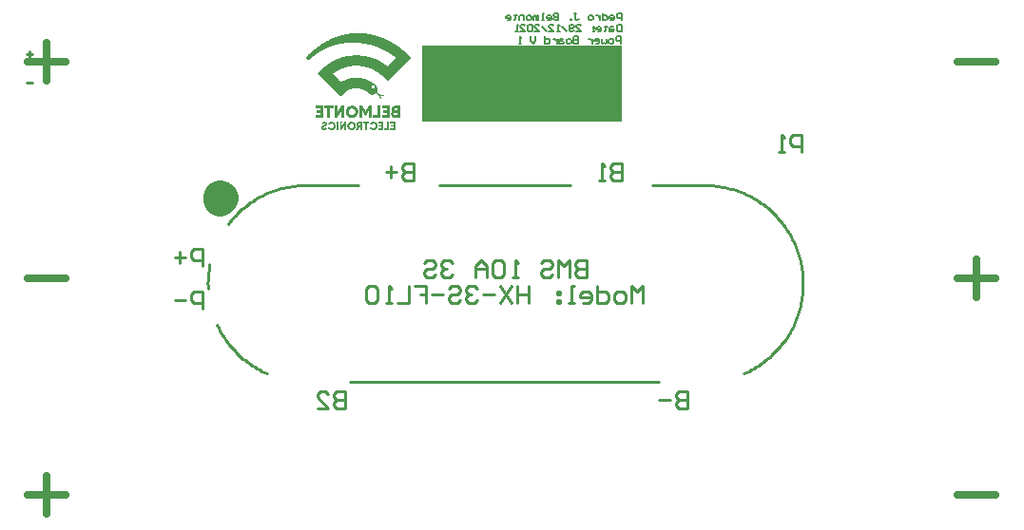
<source format=gbo>
G04*
G04 #@! TF.GenerationSoftware,Altium Limited,Altium Designer,22.0.2 (36)*
G04*
G04 Layer_Color=32896*
%FSLAX25Y25*%
%MOIN*%
G70*
G04*
G04 #@! TF.SameCoordinates,B0134727-A30E-443A-9B04-D8BCE479AFC3*
G04*
G04*
G04 #@! TF.FilePolarity,Positive*
G04*
G01*
G75*
%ADD12C,0.01000*%
%ADD13C,0.02500*%
%ADD31C,0.11811*%
%ADD32C,0.00700*%
%ADD33R,0.70400X0.27000*%
G36*
X144207Y182329D02*
X144663D01*
Y182284D01*
X145073D01*
Y182238D01*
X145666D01*
Y182193D01*
X145894D01*
Y182147D01*
X146259D01*
Y182101D01*
X146486D01*
Y182056D01*
X146806D01*
Y182010D01*
X147034D01*
Y181965D01*
X147261D01*
Y181919D01*
X147581D01*
Y181874D01*
X147808D01*
Y181828D01*
X148082D01*
Y181782D01*
X148219D01*
Y181737D01*
X148355D01*
Y181691D01*
X148629D01*
Y181646D01*
X148766D01*
Y181600D01*
X148948D01*
Y181554D01*
X149130D01*
Y181509D01*
X149267D01*
Y181463D01*
X149449D01*
Y181418D01*
X149540D01*
Y181372D01*
X149723D01*
Y181326D01*
X149859D01*
Y181281D01*
X150042D01*
Y181235D01*
X150179D01*
Y181190D01*
X150315D01*
Y181144D01*
X150452D01*
Y181099D01*
X150589D01*
Y181053D01*
X150726D01*
Y181007D01*
X150817D01*
Y180962D01*
X150953D01*
Y180916D01*
X151090D01*
Y180871D01*
X151181D01*
Y180825D01*
X151364D01*
Y180780D01*
X151455D01*
Y180734D01*
X151546D01*
Y180688D01*
X151683D01*
Y180643D01*
X151774D01*
Y180597D01*
X151911D01*
Y180552D01*
X152002D01*
Y180506D01*
X152139D01*
Y180461D01*
X152230D01*
Y180415D01*
X152321D01*
Y180369D01*
X152458D01*
Y180324D01*
X152549D01*
Y180278D01*
X152686D01*
Y180233D01*
X152777D01*
Y180187D01*
X152868D01*
Y180141D01*
X152959D01*
Y180096D01*
X153050D01*
Y180050D01*
X153141D01*
Y180005D01*
X153233D01*
Y179959D01*
X153324D01*
Y179913D01*
X153415D01*
Y179868D01*
X153506D01*
Y179822D01*
X153643D01*
Y179777D01*
X153688D01*
Y179731D01*
X153825D01*
Y179686D01*
X153871D01*
Y179640D01*
X153962D01*
Y179594D01*
X154053D01*
Y179549D01*
X154144D01*
Y179503D01*
X154235D01*
Y179458D01*
X154326D01*
Y179412D01*
X154372D01*
Y179367D01*
X154463D01*
Y179321D01*
X154554D01*
Y179275D01*
X154646D01*
Y179230D01*
X154691D01*
Y179184D01*
X154828D01*
Y179139D01*
X154874D01*
Y179093D01*
X154965D01*
Y179047D01*
X155056D01*
Y179002D01*
X155101D01*
Y178956D01*
X155193D01*
Y178911D01*
X155284D01*
Y178865D01*
X155375D01*
Y178820D01*
X155420D01*
Y178774D01*
X155466D01*
Y178728D01*
X155603D01*
Y178683D01*
X155648D01*
Y178637D01*
X155739D01*
Y178592D01*
X155831D01*
Y178546D01*
X155876D01*
Y178500D01*
X155967D01*
Y178455D01*
X156013D01*
Y178409D01*
X156104D01*
Y178364D01*
X156150D01*
Y178318D01*
X156241D01*
Y178273D01*
X156287D01*
Y178227D01*
X156332D01*
Y178181D01*
X156469D01*
Y178136D01*
X156514D01*
Y178090D01*
X156606D01*
Y178045D01*
X156651D01*
Y177999D01*
X156697D01*
Y177954D01*
X156788D01*
Y177908D01*
X156879D01*
Y177862D01*
X156925D01*
Y177817D01*
X156970D01*
Y177771D01*
X157016D01*
Y177726D01*
X157107D01*
Y177680D01*
X157153D01*
Y177634D01*
X157244D01*
Y177589D01*
X157289D01*
Y177543D01*
X157335D01*
Y177498D01*
X157380D01*
Y177452D01*
X157472D01*
Y177407D01*
X157517D01*
Y177361D01*
X157608D01*
Y177315D01*
X157654D01*
Y177270D01*
X157700D01*
Y177224D01*
X157791D01*
Y177179D01*
X157836D01*
Y177133D01*
X157882D01*
Y177087D01*
X157927D01*
Y177042D01*
X158019D01*
Y176996D01*
X158064D01*
Y176951D01*
X158155D01*
Y176905D01*
X158201D01*
Y176859D01*
X158247D01*
Y176814D01*
X158292D01*
Y176768D01*
X158383D01*
Y176723D01*
X158429D01*
Y176677D01*
X158520D01*
Y176632D01*
X158566D01*
Y176586D01*
X158611D01*
Y176541D01*
X158657D01*
Y176495D01*
X158748D01*
Y176449D01*
X158793D01*
Y176404D01*
X158839D01*
Y176358D01*
X158885D01*
Y176313D01*
X158976D01*
Y176267D01*
X159021D01*
Y176221D01*
X159067D01*
Y176176D01*
X159113D01*
Y176130D01*
X159204D01*
Y176085D01*
X159249D01*
Y176039D01*
X159295D01*
Y175994D01*
X159341D01*
Y175948D01*
X159386D01*
Y175902D01*
X159432D01*
Y175857D01*
X159523D01*
Y175811D01*
X159568D01*
Y175766D01*
X159614D01*
Y175720D01*
X159705D01*
Y175674D01*
X159751D01*
Y175629D01*
X159796D01*
Y175583D01*
X159842D01*
Y175538D01*
X159887D01*
Y175492D01*
X159933D01*
Y175446D01*
X159979D01*
Y175401D01*
X160024D01*
Y175355D01*
X160070D01*
Y175310D01*
X160115D01*
Y175264D01*
X160161D01*
Y175219D01*
X160206D01*
Y175173D01*
X160252D01*
Y175127D01*
X160343D01*
Y175082D01*
X160389D01*
Y175036D01*
X160434D01*
Y174991D01*
X160480D01*
Y174945D01*
X160526D01*
Y174899D01*
X160571D01*
Y174854D01*
X160617D01*
Y174808D01*
X160662D01*
Y174763D01*
X160708D01*
Y174717D01*
X160799D01*
Y174672D01*
X160845D01*
Y174626D01*
X160890D01*
Y174581D01*
X160936D01*
Y174535D01*
X160981D01*
Y174489D01*
X161027D01*
Y174444D01*
X161073D01*
Y174398D01*
X161118D01*
Y174353D01*
X161164D01*
Y174307D01*
X161209D01*
Y174261D01*
X161255D01*
Y174216D01*
X161301D01*
Y174170D01*
X161346D01*
Y174125D01*
X161392D01*
Y174079D01*
X161437D01*
Y174033D01*
X161483D01*
Y173988D01*
X161528D01*
Y173942D01*
X161574D01*
Y173897D01*
X161619D01*
Y173806D01*
X161665D01*
Y173532D01*
X161619D01*
Y173441D01*
X161574D01*
Y173395D01*
X161528D01*
Y173304D01*
X161437D01*
Y173213D01*
X161346D01*
Y173122D01*
X161301D01*
Y173076D01*
X161209D01*
Y172985D01*
X161118D01*
Y172894D01*
X161073D01*
Y172848D01*
X160981D01*
Y172757D01*
X160890D01*
Y172666D01*
X160799D01*
Y172575D01*
X160754D01*
Y172529D01*
X160662D01*
Y172438D01*
X160571D01*
Y172347D01*
X160480D01*
Y172301D01*
X160434D01*
Y172210D01*
X160343D01*
Y172119D01*
X160252D01*
Y172028D01*
X160161D01*
Y171982D01*
X160115D01*
Y171891D01*
X160024D01*
Y171800D01*
X159933D01*
Y171754D01*
X159887D01*
Y171663D01*
X159796D01*
Y171572D01*
X159705D01*
Y171527D01*
X159660D01*
Y171481D01*
X159614D01*
Y171435D01*
X159568D01*
Y171344D01*
X159477D01*
Y171299D01*
X159432D01*
Y171253D01*
X159386D01*
Y171207D01*
X159341D01*
Y171162D01*
X159295D01*
Y171116D01*
X159249D01*
Y171025D01*
X159158D01*
Y170979D01*
X159113D01*
Y170934D01*
X159067D01*
Y170888D01*
X159021D01*
Y170843D01*
X158976D01*
Y170797D01*
X158930D01*
Y170752D01*
X158885D01*
Y170706D01*
X158839D01*
Y170660D01*
X158793D01*
Y170615D01*
X158748D01*
Y170569D01*
X158702D01*
Y170524D01*
X158657D01*
Y170478D01*
X158611D01*
Y170432D01*
X158566D01*
Y170387D01*
X158520D01*
Y170341D01*
X158474D01*
Y170296D01*
X158429D01*
Y170250D01*
X158383D01*
Y170205D01*
X158338D01*
Y170159D01*
X158292D01*
Y170114D01*
X158247D01*
Y170068D01*
X158201D01*
Y170022D01*
X158155D01*
Y169977D01*
X158110D01*
Y169931D01*
X158064D01*
Y169886D01*
X158019D01*
Y169840D01*
X157973D01*
Y169794D01*
X157927D01*
Y169749D01*
X157882D01*
Y169703D01*
X157836D01*
Y169658D01*
X157791D01*
Y169612D01*
X157745D01*
Y169567D01*
X157700D01*
Y169521D01*
X157654D01*
Y169475D01*
X157608D01*
Y169430D01*
X157563D01*
Y169384D01*
X157517D01*
Y169339D01*
X157472D01*
Y169293D01*
X157426D01*
Y169247D01*
X157380D01*
Y169202D01*
X157335D01*
Y169156D01*
X157289D01*
Y169111D01*
X157244D01*
Y169065D01*
X157198D01*
Y169019D01*
X157153D01*
Y168974D01*
X157107D01*
Y168928D01*
X157061D01*
Y168883D01*
X157016D01*
Y168837D01*
X156970D01*
Y168792D01*
X156925D01*
Y168746D01*
X156879D01*
Y168701D01*
X156834D01*
Y168655D01*
X156788D01*
Y168609D01*
X156742D01*
Y168564D01*
X156697D01*
Y168518D01*
X156651D01*
Y168473D01*
X156606D01*
Y168427D01*
X156560D01*
Y168381D01*
X156514D01*
Y168336D01*
X156469D01*
Y168290D01*
X156423D01*
Y168245D01*
X156378D01*
Y168199D01*
X156332D01*
Y168154D01*
X156287D01*
Y168108D01*
X156241D01*
Y168062D01*
X156195D01*
Y168017D01*
X156150D01*
Y167971D01*
X156104D01*
Y167926D01*
X156059D01*
Y167880D01*
X156013D01*
Y167834D01*
X155967D01*
Y167789D01*
X155922D01*
Y167743D01*
X155876D01*
Y167698D01*
X155831D01*
Y167652D01*
X155785D01*
Y167606D01*
X155739D01*
Y167561D01*
X155694D01*
Y167515D01*
X155648D01*
Y167470D01*
X155603D01*
Y167424D01*
X155557D01*
Y167379D01*
X155512D01*
Y167333D01*
X155466D01*
Y167287D01*
X155420D01*
Y167242D01*
X155375D01*
Y167196D01*
X155329D01*
Y167151D01*
X155284D01*
Y167105D01*
X155238D01*
Y167060D01*
X155193D01*
Y167014D01*
X155147D01*
Y166968D01*
X155101D01*
Y166923D01*
X155056D01*
Y166877D01*
X155010D01*
Y166832D01*
X154965D01*
Y166786D01*
X154919D01*
Y166741D01*
X154874D01*
Y166695D01*
X154828D01*
Y166649D01*
X154782D01*
Y166604D01*
X154737D01*
Y166558D01*
X154691D01*
Y166513D01*
X154646D01*
Y166467D01*
X154600D01*
Y166421D01*
X154554D01*
Y166376D01*
X154509D01*
Y166330D01*
X154463D01*
Y166285D01*
X154418D01*
Y166239D01*
X154372D01*
Y166193D01*
X154326D01*
Y166148D01*
X154281D01*
Y166102D01*
X154235D01*
Y166057D01*
X154190D01*
Y166011D01*
X154144D01*
Y165966D01*
X154099D01*
Y165920D01*
X154053D01*
Y165874D01*
X154007D01*
Y165829D01*
X153962D01*
Y165783D01*
X153916D01*
Y165738D01*
X153825D01*
Y165692D01*
X153734D01*
Y165647D01*
X153552D01*
Y165692D01*
X153461D01*
Y165738D01*
X153415D01*
Y165783D01*
X153324D01*
Y165829D01*
X153278D01*
Y165874D01*
X153233D01*
Y165920D01*
X153187D01*
Y165966D01*
X153141D01*
Y166011D01*
X153096D01*
Y166057D01*
X153050D01*
Y166102D01*
X153005D01*
Y166148D01*
X152959D01*
Y166193D01*
X152913D01*
Y166239D01*
X152868D01*
Y166285D01*
X152822D01*
Y166330D01*
X152777D01*
Y166376D01*
X152731D01*
Y166421D01*
X152686D01*
Y166467D01*
X152640D01*
Y166513D01*
X152594D01*
Y166558D01*
X152549D01*
Y166604D01*
X152503D01*
Y166649D01*
X152412D01*
Y166695D01*
X152366D01*
Y166741D01*
X152321D01*
Y166786D01*
X152275D01*
Y166832D01*
X152230D01*
Y166877D01*
X152184D01*
Y166923D01*
X152139D01*
Y166968D01*
X152093D01*
Y167014D01*
X152047D01*
Y167060D01*
X151956D01*
Y167105D01*
X151911D01*
Y167151D01*
X151865D01*
Y167196D01*
X151820D01*
Y167242D01*
X151774D01*
Y167287D01*
X151683D01*
Y167333D01*
X151637D01*
Y167379D01*
X151592D01*
Y167424D01*
X151546D01*
Y167470D01*
X151500D01*
Y167515D01*
X151409D01*
Y167561D01*
X151364D01*
Y167606D01*
X151273D01*
Y167652D01*
X151227D01*
Y167698D01*
X151181D01*
Y167743D01*
X151136D01*
Y167789D01*
X151090D01*
Y167834D01*
X150999D01*
Y167880D01*
X150953D01*
Y167926D01*
X150908D01*
Y167971D01*
X150817D01*
Y168017D01*
X150771D01*
Y168062D01*
X150726D01*
Y168108D01*
X150680D01*
Y168154D01*
X150589D01*
Y168199D01*
X150543D01*
Y168245D01*
X150498D01*
Y168290D01*
X150407D01*
Y168336D01*
X150315D01*
Y168381D01*
X150270D01*
Y168427D01*
X150179D01*
Y168473D01*
X150133D01*
Y168518D01*
X150042D01*
Y168564D01*
X149996D01*
Y168609D01*
X149905D01*
Y168655D01*
X149859D01*
Y168701D01*
X149768D01*
Y168746D01*
X149723D01*
Y168792D01*
X149632D01*
Y168837D01*
X149540D01*
Y168883D01*
X149495D01*
Y168928D01*
X149404D01*
Y168974D01*
X149313D01*
Y169019D01*
X149267D01*
Y169065D01*
X149176D01*
Y169111D01*
X149085D01*
Y169156D01*
X148994D01*
Y169202D01*
X148948D01*
Y169247D01*
X148857D01*
Y169293D01*
X148766D01*
Y169339D01*
X148674D01*
Y169384D01*
X148583D01*
Y169430D01*
X148492D01*
Y169475D01*
X148355D01*
Y169521D01*
X148264D01*
Y169567D01*
X148219D01*
Y169612D01*
X148082D01*
Y169658D01*
X147991D01*
Y169703D01*
X147854D01*
Y169749D01*
X147808D01*
Y169794D01*
X147672D01*
Y169840D01*
X147581D01*
Y169886D01*
X147489D01*
Y169931D01*
X147307D01*
Y169977D01*
X147216D01*
Y170022D01*
X147079D01*
Y170068D01*
X146942D01*
Y170114D01*
X146851D01*
Y170159D01*
X146669D01*
Y170205D01*
X146578D01*
Y170250D01*
X146441D01*
Y170296D01*
X146259D01*
Y170341D01*
X146076D01*
Y170387D01*
X145894D01*
Y170432D01*
X145757D01*
Y170478D01*
X145484D01*
Y170524D01*
X145393D01*
Y170569D01*
X145119D01*
Y170615D01*
X144846D01*
Y170660D01*
X144663D01*
Y170706D01*
X144207D01*
Y170752D01*
X143980D01*
Y170797D01*
X143159D01*
Y170843D01*
X141883D01*
Y170797D01*
X141062D01*
Y170752D01*
X140789D01*
Y170706D01*
X140470D01*
Y170660D01*
X140242D01*
Y170615D01*
X140105D01*
Y170569D01*
X139786D01*
Y170524D01*
X139604D01*
Y170478D01*
X139330D01*
Y170432D01*
X139239D01*
Y170387D01*
X139057D01*
Y170341D01*
X138874D01*
Y170296D01*
X138783D01*
Y170250D01*
X138555D01*
Y170205D01*
X138464D01*
Y170159D01*
X138282D01*
Y170114D01*
X138145D01*
Y170068D01*
X138008D01*
Y170022D01*
X137872D01*
Y169977D01*
X137780D01*
Y169931D01*
X137644D01*
Y169886D01*
X137553D01*
Y169840D01*
X137416D01*
Y169794D01*
X137325D01*
Y169749D01*
X137233D01*
Y169703D01*
X137097D01*
Y169658D01*
X137006D01*
Y169612D01*
X136869D01*
Y169567D01*
X136778D01*
Y169521D01*
X136641D01*
Y169475D01*
X136595D01*
Y169430D01*
X136504D01*
Y169384D01*
X136413D01*
Y169339D01*
X136322D01*
Y169293D01*
X136231D01*
Y169247D01*
X136140D01*
Y169202D01*
X136094D01*
Y169156D01*
X135957D01*
Y169111D01*
X135912D01*
Y169065D01*
X135820D01*
Y169019D01*
X135729D01*
Y168974D01*
X135684D01*
Y168928D01*
X135593D01*
Y168883D01*
X135501D01*
Y168837D01*
X135410D01*
Y168792D01*
X135365D01*
Y168746D01*
X135274D01*
Y168701D01*
X135182D01*
Y168655D01*
X135137D01*
Y168609D01*
X135091D01*
Y168564D01*
X135000D01*
Y168518D01*
X134909D01*
Y168473D01*
X134863D01*
Y168427D01*
X134818D01*
Y168381D01*
X134727D01*
Y168336D01*
X134681D01*
Y168290D01*
X134544D01*
Y168245D01*
X134499D01*
Y168199D01*
X134453D01*
Y168154D01*
X134362D01*
Y168108D01*
X134316D01*
Y168062D01*
X134271D01*
Y167971D01*
X134316D01*
Y167926D01*
X134362D01*
Y167880D01*
X134407D01*
Y167834D01*
X134453D01*
Y167789D01*
X134499D01*
Y167743D01*
X134544D01*
Y167698D01*
X134590D01*
Y167652D01*
X134635D01*
Y167606D01*
X134681D01*
Y167561D01*
X134727D01*
Y167515D01*
X134772D01*
Y167470D01*
X134818D01*
Y167424D01*
X134863D01*
Y167379D01*
X134909D01*
Y167333D01*
X134954D01*
Y167287D01*
X135000D01*
Y167242D01*
X135046D01*
Y167196D01*
X135091D01*
Y167151D01*
X135137D01*
Y167105D01*
X135182D01*
Y167060D01*
X135228D01*
Y167014D01*
X135274D01*
Y166968D01*
X135319D01*
Y166923D01*
X135365D01*
Y166877D01*
X135410D01*
Y166832D01*
X135456D01*
Y166786D01*
X135501D01*
Y166741D01*
X135547D01*
Y166695D01*
X135593D01*
Y166649D01*
X135638D01*
Y166604D01*
X135684D01*
Y166558D01*
X135729D01*
Y166513D01*
X135775D01*
Y166467D01*
X135820D01*
Y166421D01*
X135866D01*
Y166376D01*
X135912D01*
Y166330D01*
X135957D01*
Y166285D01*
X136003D01*
Y166239D01*
X136048D01*
Y166193D01*
X136094D01*
Y166148D01*
X136140D01*
Y166102D01*
X136185D01*
Y166057D01*
X136231D01*
Y166011D01*
X136276D01*
Y165966D01*
X136322D01*
Y165920D01*
X136367D01*
Y165874D01*
X136413D01*
Y165829D01*
X136459D01*
Y165783D01*
X136504D01*
Y165738D01*
X136550D01*
Y165692D01*
X136595D01*
Y165647D01*
X136641D01*
Y165601D01*
X136687D01*
Y165555D01*
X136732D01*
Y165510D01*
X136778D01*
Y165464D01*
X136823D01*
Y165419D01*
X136869D01*
Y165373D01*
X136914D01*
Y165327D01*
X136960D01*
Y165282D01*
X137006D01*
Y165236D01*
X137051D01*
Y165191D01*
X137097D01*
Y165145D01*
X137325D01*
Y165191D01*
X137416D01*
Y165236D01*
X137461D01*
Y165282D01*
X137553D01*
Y165327D01*
X137598D01*
Y165373D01*
X137689D01*
Y165419D01*
X137780D01*
Y165464D01*
X137826D01*
Y165510D01*
X137917D01*
Y165555D01*
X138008D01*
Y165601D01*
X138145D01*
Y165647D01*
X138236D01*
Y165692D01*
X138327D01*
Y165738D01*
X138419D01*
Y165783D01*
X138510D01*
Y165829D01*
X138601D01*
Y165874D01*
X138692D01*
Y165920D01*
X138829D01*
Y165966D01*
X138966D01*
Y166011D01*
X139057D01*
Y166057D01*
X139193D01*
Y166102D01*
X139330D01*
Y166148D01*
X139421D01*
Y166193D01*
X139604D01*
Y166239D01*
X139741D01*
Y166285D01*
X139923D01*
Y166330D01*
X140059D01*
Y166376D01*
X140287D01*
Y166421D01*
X140470D01*
Y166467D01*
X140652D01*
Y166513D01*
X140926D01*
Y166558D01*
X141108D01*
Y166604D01*
X141564D01*
Y166649D01*
X141837D01*
Y166695D01*
X142886D01*
Y166649D01*
X143615D01*
Y166604D01*
X144071D01*
Y166558D01*
X144344D01*
Y166513D01*
X144572D01*
Y166467D01*
X144754D01*
Y166421D01*
X144891D01*
Y166376D01*
X145119D01*
Y166330D01*
X145256D01*
Y166285D01*
X145393D01*
Y166239D01*
X145529D01*
Y166193D01*
X145666D01*
Y166148D01*
X145848D01*
Y166102D01*
X145940D01*
Y166057D01*
X146076D01*
Y166011D01*
X146213D01*
Y165966D01*
X146304D01*
Y165920D01*
X146395D01*
Y165874D01*
X146486D01*
Y165829D01*
X146623D01*
Y165783D01*
X146714D01*
Y165738D01*
X146851D01*
Y165692D01*
X146897D01*
Y165647D01*
X146988D01*
Y165601D01*
X147079D01*
Y165555D01*
X147170D01*
Y165510D01*
X147261D01*
Y165464D01*
X147353D01*
Y165419D01*
X147444D01*
Y165373D01*
X147535D01*
Y165327D01*
X147581D01*
Y165282D01*
X147672D01*
Y165236D01*
X147763D01*
Y165191D01*
X147808D01*
Y165145D01*
X147854D01*
Y165100D01*
X147945D01*
Y165054D01*
X148036D01*
Y165008D01*
X148127D01*
Y164963D01*
X148173D01*
Y164917D01*
X148219D01*
Y164872D01*
X148264D01*
Y164826D01*
X148355D01*
Y164780D01*
X148401D01*
Y164735D01*
X148492D01*
Y164689D01*
X148538D01*
Y164644D01*
X148583D01*
Y164598D01*
X148629D01*
Y164552D01*
X148720D01*
Y164507D01*
X148766D01*
Y164461D01*
X148811D01*
Y164416D01*
X148857D01*
Y164370D01*
X148948D01*
Y164325D01*
X148994D01*
Y164279D01*
X149039D01*
Y164234D01*
X149085D01*
Y164188D01*
X149130D01*
Y164142D01*
X149176D01*
Y164097D01*
X149221D01*
Y164051D01*
X149267D01*
Y164006D01*
X149313D01*
Y163960D01*
X149358D01*
Y163914D01*
X149404D01*
Y163869D01*
X149495D01*
Y163778D01*
X149540D01*
Y163732D01*
X149586D01*
Y163687D01*
X149632D01*
Y163595D01*
X149677D01*
Y163504D01*
X149723D01*
Y163459D01*
X149768D01*
Y163322D01*
X149814D01*
Y163231D01*
X149859D01*
Y163094D01*
X149905D01*
Y162912D01*
X149951D01*
Y162593D01*
X149996D01*
Y162501D01*
X149951D01*
Y162091D01*
X149905D01*
Y161954D01*
X149859D01*
Y161818D01*
X149814D01*
Y161726D01*
X149768D01*
Y161635D01*
X149814D01*
Y161590D01*
X149859D01*
Y161544D01*
X149905D01*
Y161499D01*
X149951D01*
Y161453D01*
X150042D01*
Y161407D01*
X150087D01*
Y161362D01*
X150133D01*
Y161316D01*
X150179D01*
Y161271D01*
X150224D01*
Y161225D01*
X150315D01*
Y161179D01*
X150361D01*
Y161134D01*
X150407D01*
Y161088D01*
X150452D01*
Y161043D01*
X150543D01*
Y160997D01*
X150589D01*
Y160952D01*
X150634D01*
Y160906D01*
X150680D01*
Y160861D01*
X150817D01*
Y160815D01*
X151090D01*
Y160769D01*
X151318D01*
Y160724D01*
X151546D01*
Y160678D01*
X151820D01*
Y160633D01*
X152002D01*
Y160587D01*
X152047D01*
Y160541D01*
X152093D01*
Y160496D01*
X152139D01*
Y160359D01*
X152093D01*
Y160313D01*
X152047D01*
Y160222D01*
X152002D01*
Y160177D01*
X151683D01*
Y160222D01*
X151455D01*
Y160268D01*
X151227D01*
Y160313D01*
X151090D01*
Y160268D01*
X151045D01*
Y160086D01*
X151090D01*
Y159994D01*
X151136D01*
Y159858D01*
X151181D01*
Y159721D01*
X151227D01*
Y159630D01*
X151273D01*
Y159447D01*
X151318D01*
Y159356D01*
X151273D01*
Y159265D01*
X151227D01*
Y159220D01*
X150953D01*
Y159265D01*
X150908D01*
Y159311D01*
X150862D01*
Y159402D01*
X150817D01*
Y159493D01*
X150771D01*
Y159630D01*
X150726D01*
Y159766D01*
X150680D01*
Y159858D01*
X150634D01*
Y159994D01*
X150589D01*
Y160131D01*
X150543D01*
Y160268D01*
X150498D01*
Y160359D01*
X150452D01*
Y160496D01*
X150407D01*
Y160541D01*
X150361D01*
Y160587D01*
X150315D01*
Y160633D01*
X150224D01*
Y160678D01*
X150179D01*
Y160724D01*
X150133D01*
Y160769D01*
X150042D01*
Y160815D01*
X149996D01*
Y160861D01*
X149951D01*
Y160906D01*
X149905D01*
Y160952D01*
X149814D01*
Y160997D01*
X149768D01*
Y161043D01*
X149723D01*
Y161088D01*
X149677D01*
Y161134D01*
X149632D01*
Y161179D01*
X149540D01*
Y161225D01*
X149495D01*
Y161271D01*
X149358D01*
Y161225D01*
X149313D01*
Y161179D01*
X149267D01*
Y161134D01*
X149221D01*
Y161088D01*
X149176D01*
Y161043D01*
X149085D01*
Y160997D01*
X149039D01*
Y160952D01*
X148902D01*
Y160906D01*
X148857D01*
Y160861D01*
X148674D01*
Y160815D01*
X148538D01*
Y160769D01*
X148401D01*
Y160724D01*
X147717D01*
Y160769D01*
X147581D01*
Y160815D01*
X147444D01*
Y160861D01*
X147307D01*
Y160906D01*
X147261D01*
Y160952D01*
X147125D01*
Y160997D01*
X147079D01*
Y161043D01*
X147034D01*
Y161088D01*
X146988D01*
Y161134D01*
X146942D01*
Y161179D01*
X146897D01*
Y161225D01*
X146851D01*
Y161271D01*
X146760D01*
Y161316D01*
X146714D01*
Y161362D01*
X146669D01*
Y161407D01*
X146578D01*
Y161453D01*
X146532D01*
Y161499D01*
X146486D01*
Y161544D01*
X146441D01*
Y161590D01*
X146350D01*
Y161635D01*
X146304D01*
Y161681D01*
X146259D01*
Y161726D01*
X146213D01*
Y161772D01*
X146167D01*
Y161818D01*
X146076D01*
Y161863D01*
X145985D01*
Y161909D01*
X145940D01*
Y161954D01*
X145848D01*
Y162000D01*
X145803D01*
Y162046D01*
X145712D01*
Y162091D01*
X145666D01*
Y162137D01*
X145575D01*
Y162182D01*
X145529D01*
Y162228D01*
X145438D01*
Y162274D01*
X145347D01*
Y162319D01*
X145256D01*
Y162365D01*
X145119D01*
Y162410D01*
X145028D01*
Y162456D01*
X144937D01*
Y162501D01*
X144846D01*
Y162547D01*
X144754D01*
Y162593D01*
X144618D01*
Y162638D01*
X144481D01*
Y162684D01*
X144299D01*
Y162729D01*
X144116D01*
Y162775D01*
X144025D01*
Y162820D01*
X143752D01*
Y162866D01*
X143569D01*
Y162912D01*
X143205D01*
Y162957D01*
X142521D01*
Y163003D01*
X142202D01*
Y162957D01*
X141883D01*
Y162912D01*
X141381D01*
Y162866D01*
X141245D01*
Y162820D01*
X141017D01*
Y162775D01*
X140880D01*
Y162729D01*
X140698D01*
Y162684D01*
X140561D01*
Y162638D01*
X140470D01*
Y162593D01*
X140333D01*
Y162547D01*
X140242D01*
Y162501D01*
X140105D01*
Y162456D01*
X140014D01*
Y162410D01*
X139923D01*
Y162365D01*
X139786D01*
Y162319D01*
X139741D01*
Y162274D01*
X139604D01*
Y162228D01*
X139558D01*
Y162182D01*
X139467D01*
Y162137D01*
X139421D01*
Y162091D01*
X139376D01*
Y162046D01*
X139285D01*
Y162000D01*
X139239D01*
Y161954D01*
X139148D01*
Y161909D01*
X139102D01*
Y161863D01*
X139057D01*
Y161818D01*
X138966D01*
Y161772D01*
X138920D01*
Y161726D01*
X138829D01*
Y161681D01*
X138783D01*
Y161635D01*
X138738D01*
Y161590D01*
X138692D01*
Y161544D01*
X138646D01*
Y161499D01*
X138601D01*
Y161453D01*
X138555D01*
Y161407D01*
X138510D01*
Y161362D01*
X138464D01*
Y161316D01*
X138419D01*
Y161271D01*
X138373D01*
Y161225D01*
X138327D01*
Y161179D01*
X138282D01*
Y161134D01*
X138236D01*
Y161088D01*
X138191D01*
Y161043D01*
X138100D01*
Y160997D01*
X138054D01*
Y160952D01*
X138008D01*
Y160906D01*
X137963D01*
Y160861D01*
X137917D01*
Y160815D01*
X137872D01*
Y160769D01*
X137826D01*
Y160724D01*
X137780D01*
Y160678D01*
X137735D01*
Y160633D01*
X137689D01*
Y160587D01*
X137644D01*
Y160541D01*
X137598D01*
Y160496D01*
X137553D01*
Y160450D01*
X137507D01*
Y160405D01*
X137461D01*
Y160359D01*
X137416D01*
Y160313D01*
X137370D01*
Y160268D01*
X137325D01*
Y160222D01*
X137279D01*
Y160177D01*
X137188D01*
Y160131D01*
X137051D01*
Y160086D01*
X137006D01*
Y160131D01*
X136869D01*
Y160177D01*
X136778D01*
Y160222D01*
X136732D01*
Y160268D01*
X136687D01*
Y160313D01*
X136641D01*
Y160359D01*
X136595D01*
Y160405D01*
X136550D01*
Y160450D01*
X136504D01*
Y160496D01*
X136459D01*
Y160541D01*
X136413D01*
Y160587D01*
X136367D01*
Y160633D01*
X136322D01*
Y160678D01*
X136276D01*
Y160724D01*
X136231D01*
Y160769D01*
X136185D01*
Y160815D01*
X136140D01*
Y160861D01*
X136094D01*
Y160906D01*
X136048D01*
Y160952D01*
X136003D01*
Y160997D01*
X135957D01*
Y161043D01*
X135912D01*
Y161088D01*
X135866D01*
Y161134D01*
X135820D01*
Y161179D01*
X135775D01*
Y161225D01*
X135729D01*
Y161271D01*
X135684D01*
Y161316D01*
X135638D01*
Y161362D01*
X135593D01*
Y161407D01*
X135547D01*
Y161453D01*
X135501D01*
Y161499D01*
X135456D01*
Y161544D01*
X135410D01*
Y161590D01*
X135365D01*
Y161635D01*
X135319D01*
Y161681D01*
X135274D01*
Y161726D01*
X135228D01*
Y161772D01*
X135182D01*
Y161818D01*
X135137D01*
Y161863D01*
X135091D01*
Y161909D01*
X135046D01*
Y161954D01*
X135000D01*
Y162000D01*
X134954D01*
Y162046D01*
X134909D01*
Y162091D01*
X134863D01*
Y162137D01*
X134818D01*
Y162182D01*
X134772D01*
Y162228D01*
X134727D01*
Y162274D01*
X134681D01*
Y162319D01*
X134635D01*
Y162365D01*
X134590D01*
Y162410D01*
X134544D01*
Y162456D01*
X134499D01*
Y162501D01*
X134453D01*
Y162547D01*
X134407D01*
Y162593D01*
X134362D01*
Y162638D01*
X134316D01*
Y162684D01*
X134271D01*
Y162729D01*
X134225D01*
Y162775D01*
X134179D01*
Y162820D01*
X134134D01*
Y162866D01*
X134088D01*
Y162912D01*
X134043D01*
Y162957D01*
X133997D01*
Y163003D01*
X133952D01*
Y163048D01*
X133906D01*
Y163094D01*
X133861D01*
Y163139D01*
X133815D01*
Y163185D01*
X133769D01*
Y163231D01*
X133724D01*
Y163276D01*
X133678D01*
Y163322D01*
X133633D01*
Y163367D01*
X133587D01*
Y163413D01*
X133541D01*
Y163459D01*
X133496D01*
Y163504D01*
X133450D01*
Y163550D01*
X133405D01*
Y163595D01*
X133359D01*
Y163641D01*
X133314D01*
Y163687D01*
X133268D01*
Y163732D01*
X133222D01*
Y163778D01*
X133177D01*
Y163823D01*
X133131D01*
Y163869D01*
X133086D01*
Y163914D01*
X133040D01*
Y163960D01*
X132994D01*
Y164006D01*
X132949D01*
Y164051D01*
X132903D01*
Y164097D01*
X132858D01*
Y164142D01*
X132812D01*
Y164188D01*
X132766D01*
Y164234D01*
X132721D01*
Y164279D01*
X132675D01*
Y164325D01*
X132630D01*
Y164370D01*
X132584D01*
Y164416D01*
X132539D01*
Y164461D01*
X132493D01*
Y164507D01*
X132447D01*
Y164552D01*
X132402D01*
Y164598D01*
X132356D01*
Y164644D01*
X132311D01*
Y164689D01*
X132265D01*
Y164735D01*
X132220D01*
Y164780D01*
X132174D01*
Y164826D01*
X132128D01*
Y164872D01*
X132083D01*
Y164917D01*
X132037D01*
Y164963D01*
X131992D01*
Y165008D01*
X131946D01*
Y165054D01*
X131901D01*
Y165100D01*
X131855D01*
Y165145D01*
X131809D01*
Y165191D01*
X131764D01*
Y165236D01*
X131718D01*
Y165282D01*
X131673D01*
Y165327D01*
X131627D01*
Y165373D01*
X131581D01*
Y165419D01*
X131536D01*
Y165464D01*
X131490D01*
Y165510D01*
X131445D01*
Y165555D01*
X131399D01*
Y165601D01*
X131353D01*
Y165647D01*
X131308D01*
Y165692D01*
X131262D01*
Y165738D01*
X131217D01*
Y165783D01*
X131171D01*
Y165829D01*
X131126D01*
Y165874D01*
X131080D01*
Y165920D01*
X131034D01*
Y165966D01*
X130989D01*
Y166011D01*
X130943D01*
Y166057D01*
X130898D01*
Y166102D01*
X130852D01*
Y166148D01*
X130807D01*
Y166193D01*
X130761D01*
Y166239D01*
X130715D01*
Y166285D01*
X130670D01*
Y166330D01*
X130624D01*
Y166376D01*
X130579D01*
Y166421D01*
X130533D01*
Y166467D01*
X130487D01*
Y166513D01*
X130442D01*
Y166558D01*
X130396D01*
Y166604D01*
X130351D01*
Y166649D01*
X130305D01*
Y166695D01*
X130260D01*
Y166741D01*
X130214D01*
Y166786D01*
X130168D01*
Y166832D01*
X130123D01*
Y166877D01*
X130077D01*
Y166968D01*
X129986D01*
Y167014D01*
X129940D01*
Y167060D01*
X129895D01*
Y167105D01*
X129849D01*
Y167151D01*
X129804D01*
Y167196D01*
X129758D01*
Y167287D01*
X129667D01*
Y167333D01*
X129621D01*
Y167379D01*
X129576D01*
Y167424D01*
X129530D01*
Y167515D01*
X129439D01*
Y167561D01*
X129393D01*
Y167606D01*
X129348D01*
Y167652D01*
X129302D01*
Y167743D01*
X129211D01*
Y167834D01*
X129166D01*
Y167880D01*
X129120D01*
Y167926D01*
X129074D01*
Y168062D01*
X129029D01*
Y168199D01*
X129074D01*
Y168336D01*
X129120D01*
Y168381D01*
X129166D01*
Y168473D01*
X129211D01*
Y168518D01*
X129257D01*
Y168564D01*
X129302D01*
Y168609D01*
X129393D01*
Y168655D01*
X129439D01*
Y168701D01*
X129485D01*
Y168746D01*
X129530D01*
Y168792D01*
X129576D01*
Y168837D01*
X129621D01*
Y168883D01*
X129667D01*
Y168928D01*
X129713D01*
Y168974D01*
X129758D01*
Y169019D01*
X129804D01*
Y169065D01*
X129849D01*
Y169111D01*
X129895D01*
Y169156D01*
X129940D01*
Y169202D01*
X129986D01*
Y169247D01*
X130077D01*
Y169339D01*
X130168D01*
Y169430D01*
X130260D01*
Y169475D01*
X130305D01*
Y169521D01*
X130351D01*
Y169567D01*
X130396D01*
Y169612D01*
X130442D01*
Y169658D01*
X130487D01*
Y169703D01*
X130533D01*
Y169749D01*
X130579D01*
Y169794D01*
X130670D01*
Y169840D01*
X130715D01*
Y169886D01*
X130761D01*
Y169931D01*
X130807D01*
Y169977D01*
X130898D01*
Y170022D01*
X130943D01*
Y170068D01*
X130989D01*
Y170114D01*
X131034D01*
Y170159D01*
X131080D01*
Y170205D01*
X131126D01*
Y170250D01*
X131171D01*
Y170296D01*
X131262D01*
Y170341D01*
X131308D01*
Y170387D01*
X131353D01*
Y170432D01*
X131399D01*
Y170478D01*
X131445D01*
Y170524D01*
X131536D01*
Y170569D01*
X131581D01*
Y170615D01*
X131627D01*
Y170660D01*
X131718D01*
Y170706D01*
X131764D01*
Y170752D01*
X131809D01*
Y170797D01*
X131901D01*
Y170843D01*
X131946D01*
Y170888D01*
X132037D01*
Y170934D01*
X132083D01*
Y170979D01*
X132128D01*
Y171025D01*
X132174D01*
Y171071D01*
X132265D01*
Y171116D01*
X132311D01*
Y171162D01*
X132402D01*
Y171207D01*
X132447D01*
Y171253D01*
X132493D01*
Y171299D01*
X132584D01*
Y171344D01*
X132630D01*
Y171390D01*
X132675D01*
Y171435D01*
X132721D01*
Y171481D01*
X132812D01*
Y171527D01*
X132903D01*
Y171572D01*
X132949D01*
Y171618D01*
X132994D01*
Y171663D01*
X133086D01*
Y171709D01*
X133177D01*
Y171754D01*
X133268D01*
Y171800D01*
X133314D01*
Y171846D01*
X133405D01*
Y171891D01*
X133496D01*
Y171937D01*
X133541D01*
Y171982D01*
X133633D01*
Y172028D01*
X133678D01*
Y172073D01*
X133769D01*
Y172119D01*
X133861D01*
Y172165D01*
X133906D01*
Y172210D01*
X133997D01*
Y172256D01*
X134088D01*
Y172301D01*
X134134D01*
Y172347D01*
X134225D01*
Y172393D01*
X134316D01*
Y172438D01*
X134407D01*
Y172484D01*
X134499D01*
Y172529D01*
X134590D01*
Y172575D01*
X134635D01*
Y172620D01*
X134772D01*
Y172666D01*
X134818D01*
Y172712D01*
X134954D01*
Y172757D01*
X135000D01*
Y172803D01*
X135091D01*
Y172848D01*
X135182D01*
Y172894D01*
X135274D01*
Y172940D01*
X135365D01*
Y172985D01*
X135456D01*
Y173031D01*
X135501D01*
Y173076D01*
X135638D01*
Y173122D01*
X135729D01*
Y173167D01*
X135866D01*
Y173213D01*
X135957D01*
Y173259D01*
X136094D01*
Y173304D01*
X136231D01*
Y173350D01*
X136322D01*
Y173395D01*
X136459D01*
Y173441D01*
X136550D01*
Y173486D01*
X136687D01*
Y173532D01*
X136778D01*
Y173578D01*
X136914D01*
Y173623D01*
X137006D01*
Y173669D01*
X137188D01*
Y173714D01*
X137370D01*
Y173760D01*
X137461D01*
Y173806D01*
X137644D01*
Y173851D01*
X137780D01*
Y173897D01*
X137917D01*
Y173942D01*
X138145D01*
Y173988D01*
X138236D01*
Y174033D01*
X138419D01*
Y174079D01*
X138555D01*
Y174125D01*
X138738D01*
Y174170D01*
X139102D01*
Y174216D01*
X139285D01*
Y174261D01*
X139649D01*
Y174307D01*
X139877D01*
Y174353D01*
X140105D01*
Y174398D01*
X140698D01*
Y174444D01*
X141154D01*
Y174489D01*
X141883D01*
Y174535D01*
X142612D01*
Y174489D01*
X144116D01*
Y174444D01*
X144390D01*
Y174398D01*
X144800D01*
Y174353D01*
X145165D01*
Y174307D01*
X145484D01*
Y174261D01*
X145803D01*
Y174216D01*
X145940D01*
Y174170D01*
X146167D01*
Y174125D01*
X146395D01*
Y174079D01*
X146532D01*
Y174033D01*
X146806D01*
Y173988D01*
X146988D01*
Y173942D01*
X147170D01*
Y173897D01*
X147353D01*
Y173851D01*
X147489D01*
Y173806D01*
X147626D01*
Y173760D01*
X147763D01*
Y173714D01*
X147899D01*
Y173669D01*
X147991D01*
Y173623D01*
X148127D01*
Y173578D01*
X148264D01*
Y173532D01*
X148401D01*
Y173486D01*
X148583D01*
Y173441D01*
X148674D01*
Y173395D01*
X148811D01*
Y173350D01*
X148948D01*
Y173304D01*
X149039D01*
Y173259D01*
X149176D01*
Y173213D01*
X149267D01*
Y173167D01*
X149358D01*
Y173122D01*
X149495D01*
Y173076D01*
X149586D01*
Y173031D01*
X149677D01*
Y172985D01*
X149768D01*
Y172940D01*
X149905D01*
Y172894D01*
X149951D01*
Y172848D01*
X150087D01*
Y172803D01*
X150179D01*
Y172757D01*
X150315D01*
Y172712D01*
X150407D01*
Y172666D01*
X150498D01*
Y172620D01*
X150589D01*
Y172575D01*
X150680D01*
Y172529D01*
X150771D01*
Y172484D01*
X150817D01*
Y172438D01*
X150908D01*
Y172393D01*
X150999D01*
Y172347D01*
X151045D01*
Y172301D01*
X151136D01*
Y172256D01*
X151227D01*
Y172210D01*
X151318D01*
Y172165D01*
X151364D01*
Y172119D01*
X151455D01*
Y172073D01*
X151546D01*
Y172028D01*
X151592D01*
Y171982D01*
X151683D01*
Y171937D01*
X151774D01*
Y171891D01*
X151820D01*
Y171846D01*
X151911D01*
Y171800D01*
X152002D01*
Y171754D01*
X152093D01*
Y171709D01*
X152139D01*
Y171663D01*
X152184D01*
Y171618D01*
X152275D01*
Y171572D01*
X152366D01*
Y171527D01*
X152412D01*
Y171481D01*
X152458D01*
Y171435D01*
X152549D01*
Y171390D01*
X152594D01*
Y171344D01*
X152686D01*
Y171299D01*
X152731D01*
Y171253D01*
X152777D01*
Y171207D01*
X152868D01*
Y171162D01*
X152913D01*
Y171116D01*
X152959D01*
Y171071D01*
X153050D01*
Y171025D01*
X153141D01*
Y170979D01*
X153187D01*
Y170934D01*
X153233D01*
Y170888D01*
X153278D01*
Y170843D01*
X153369D01*
Y170797D01*
X153461D01*
Y170752D01*
X153506D01*
Y170706D01*
X153643D01*
Y170752D01*
X153688D01*
Y170797D01*
X153734D01*
Y170843D01*
X153779D01*
Y170888D01*
X153825D01*
Y170934D01*
X153871D01*
Y170979D01*
X153916D01*
Y171025D01*
X153962D01*
Y171071D01*
X154007D01*
Y171116D01*
X154053D01*
Y171162D01*
X154099D01*
Y171207D01*
X154144D01*
Y171253D01*
X154190D01*
Y171299D01*
X154235D01*
Y171344D01*
X154281D01*
Y171390D01*
X154326D01*
Y171435D01*
X154372D01*
Y171481D01*
X154418D01*
Y171527D01*
X154463D01*
Y171572D01*
X154509D01*
Y171618D01*
X154554D01*
Y171663D01*
X154600D01*
Y171709D01*
X154646D01*
Y171754D01*
X154691D01*
Y171800D01*
X154737D01*
Y171846D01*
X154782D01*
Y171891D01*
X154828D01*
Y171937D01*
X154874D01*
Y171982D01*
X154919D01*
Y172028D01*
X154965D01*
Y172073D01*
X155010D01*
Y172119D01*
X155056D01*
Y172165D01*
X155101D01*
Y172210D01*
X155147D01*
Y172256D01*
X155193D01*
Y172301D01*
X155238D01*
Y172347D01*
X155284D01*
Y172393D01*
X155329D01*
Y172438D01*
X155375D01*
Y172484D01*
X155420D01*
Y172529D01*
X155466D01*
Y172575D01*
X155512D01*
Y172620D01*
X155557D01*
Y172666D01*
X155603D01*
Y172712D01*
X155648D01*
Y172757D01*
X155694D01*
Y172803D01*
X155739D01*
Y172848D01*
X155785D01*
Y172894D01*
X155831D01*
Y172940D01*
X155876D01*
Y172985D01*
X155922D01*
Y173031D01*
X155967D01*
Y173076D01*
X156013D01*
Y173122D01*
X156059D01*
Y173167D01*
X156104D01*
Y173213D01*
X156150D01*
Y173259D01*
X156195D01*
Y173304D01*
X156241D01*
Y173350D01*
X156287D01*
Y173395D01*
X156332D01*
Y173441D01*
X156378D01*
Y173486D01*
X156423D01*
Y173532D01*
X156469D01*
Y173623D01*
X156423D01*
Y173669D01*
X156378D01*
Y173714D01*
X156332D01*
Y173760D01*
X156241D01*
Y173806D01*
X156195D01*
Y173851D01*
X156150D01*
Y173897D01*
X156104D01*
Y173942D01*
X156013D01*
Y173988D01*
X155967D01*
Y174033D01*
X155922D01*
Y174079D01*
X155876D01*
Y174125D01*
X155785D01*
Y174170D01*
X155739D01*
Y174216D01*
X155694D01*
Y174261D01*
X155648D01*
Y174307D01*
X155557D01*
Y174353D01*
X155512D01*
Y174398D01*
X155420D01*
Y174444D01*
X155375D01*
Y174489D01*
X155329D01*
Y174535D01*
X155238D01*
Y174581D01*
X155193D01*
Y174626D01*
X155101D01*
Y174672D01*
X155056D01*
Y174717D01*
X155010D01*
Y174763D01*
X154965D01*
Y174808D01*
X154874D01*
Y174854D01*
X154782D01*
Y174899D01*
X154737D01*
Y174945D01*
X154646D01*
Y174991D01*
X154600D01*
Y175036D01*
X154509D01*
Y175082D01*
X154418D01*
Y175127D01*
X154372D01*
Y175173D01*
X154281D01*
Y175219D01*
X154235D01*
Y175264D01*
X154144D01*
Y175310D01*
X154099D01*
Y175355D01*
X154007D01*
Y175401D01*
X153916D01*
Y175446D01*
X153871D01*
Y175492D01*
X153779D01*
Y175538D01*
X153734D01*
Y175583D01*
X153643D01*
Y175629D01*
X153552D01*
Y175674D01*
X153506D01*
Y175720D01*
X153369D01*
Y175766D01*
X153324D01*
Y175811D01*
X153233D01*
Y175857D01*
X153187D01*
Y175902D01*
X153096D01*
Y175948D01*
X153005D01*
Y175994D01*
X152959D01*
Y176039D01*
X152822D01*
Y176085D01*
X152731D01*
Y176130D01*
X152686D01*
Y176176D01*
X152549D01*
Y176221D01*
X152503D01*
Y176267D01*
X152366D01*
Y176313D01*
X152321D01*
Y176358D01*
X152230D01*
Y176404D01*
X152139D01*
Y176449D01*
X152047D01*
Y176495D01*
X151911D01*
Y176541D01*
X151865D01*
Y176586D01*
X151728D01*
Y176632D01*
X151683D01*
Y176677D01*
X151592D01*
Y176723D01*
X151455D01*
Y176768D01*
X151409D01*
Y176814D01*
X151273D01*
Y176859D01*
X151227D01*
Y176905D01*
X151090D01*
Y176951D01*
X150953D01*
Y176996D01*
X150862D01*
Y177042D01*
X150726D01*
Y177087D01*
X150680D01*
Y177133D01*
X150543D01*
Y177179D01*
X150452D01*
Y177224D01*
X150361D01*
Y177270D01*
X150224D01*
Y177315D01*
X150087D01*
Y177361D01*
X149951D01*
Y177407D01*
X149859D01*
Y177452D01*
X149723D01*
Y177498D01*
X149586D01*
Y177543D01*
X149540D01*
Y177589D01*
X149358D01*
Y177634D01*
X149221D01*
Y177680D01*
X149085D01*
Y177726D01*
X148948D01*
Y177771D01*
X148857D01*
Y177817D01*
X148674D01*
Y177862D01*
X148583D01*
Y177908D01*
X148401D01*
Y177954D01*
X148264D01*
Y177999D01*
X148082D01*
Y178045D01*
X147899D01*
Y178090D01*
X147808D01*
Y178136D01*
X147535D01*
Y178181D01*
X147444D01*
Y178227D01*
X147170D01*
Y178273D01*
X147034D01*
Y178318D01*
X146897D01*
Y178364D01*
X146578D01*
Y178409D01*
X146441D01*
Y178455D01*
X146122D01*
Y178500D01*
X145940D01*
Y178546D01*
X145666D01*
Y178592D01*
X145438D01*
Y178637D01*
X145256D01*
Y178683D01*
X144846D01*
Y178728D01*
X144663D01*
Y178774D01*
X144207D01*
Y178820D01*
X143888D01*
Y178865D01*
X143615D01*
Y178911D01*
X142658D01*
Y178956D01*
X141655D01*
Y179002D01*
X140971D01*
Y178956D01*
X139968D01*
Y178911D01*
X139057D01*
Y178865D01*
X138738D01*
Y178820D01*
X138419D01*
Y178774D01*
X137963D01*
Y178728D01*
X137689D01*
Y178683D01*
X137279D01*
Y178637D01*
X137097D01*
Y178592D01*
X136914D01*
Y178546D01*
X136687D01*
Y178500D01*
X136504D01*
Y178455D01*
X136231D01*
Y178409D01*
X136094D01*
Y178364D01*
X135775D01*
Y178318D01*
X135638D01*
Y178273D01*
X135501D01*
Y178227D01*
X135274D01*
Y178181D01*
X135137D01*
Y178136D01*
X134954D01*
Y178090D01*
X134818D01*
Y178045D01*
X134681D01*
Y177999D01*
X134499D01*
Y177954D01*
X134407D01*
Y177908D01*
X134225D01*
Y177862D01*
X134134D01*
Y177817D01*
X133952D01*
Y177771D01*
X133815D01*
Y177726D01*
X133724D01*
Y177680D01*
X133541D01*
Y177634D01*
X133450D01*
Y177589D01*
X133314D01*
Y177543D01*
X133222D01*
Y177498D01*
X133086D01*
Y177452D01*
X132949D01*
Y177407D01*
X132858D01*
Y177361D01*
X132675D01*
Y177315D01*
X132630D01*
Y177270D01*
X132493D01*
Y177224D01*
X132402D01*
Y177179D01*
X132265D01*
Y177133D01*
X132174D01*
Y177087D01*
X132083D01*
Y177042D01*
X131992D01*
Y176996D01*
X131901D01*
Y176951D01*
X131809D01*
Y176905D01*
X131718D01*
Y176859D01*
X131627D01*
Y176814D01*
X131536D01*
Y176768D01*
X131445D01*
Y176723D01*
X131353D01*
Y176677D01*
X131262D01*
Y176632D01*
X131171D01*
Y176586D01*
X131034D01*
Y176541D01*
X130989D01*
Y176495D01*
X130852D01*
Y176449D01*
X130761D01*
Y176404D01*
X130670D01*
Y176358D01*
X130579D01*
Y176313D01*
X130533D01*
Y176267D01*
X130442D01*
Y176221D01*
X130396D01*
Y176176D01*
X130305D01*
Y176130D01*
X130214D01*
Y176085D01*
X130123D01*
Y176039D01*
X130032D01*
Y175994D01*
X129986D01*
Y175948D01*
X129895D01*
Y175902D01*
X129849D01*
Y175857D01*
X129758D01*
Y175811D01*
X129667D01*
Y175766D01*
X129621D01*
Y175720D01*
X129530D01*
Y175674D01*
X129485D01*
Y175629D01*
X129393D01*
Y175583D01*
X129348D01*
Y175538D01*
X129257D01*
Y175492D01*
X129166D01*
Y175446D01*
X129120D01*
Y175401D01*
X129074D01*
Y175355D01*
X128983D01*
Y175310D01*
X128892D01*
Y175264D01*
X128847D01*
Y175219D01*
X128801D01*
Y175173D01*
X128710D01*
Y175127D01*
X128664D01*
Y175082D01*
X128619D01*
Y175036D01*
X128527D01*
Y174991D01*
X128482D01*
Y174945D01*
X128391D01*
Y174899D01*
X128345D01*
Y174854D01*
X128299D01*
Y174808D01*
X128254D01*
Y174763D01*
X128163D01*
Y174717D01*
X128072D01*
Y174672D01*
X128026D01*
Y174626D01*
X127980D01*
Y174581D01*
X127935D01*
Y174535D01*
X127889D01*
Y174489D01*
X127844D01*
Y174444D01*
X127753D01*
Y174398D01*
X127707D01*
Y174353D01*
X127661D01*
Y174307D01*
X127616D01*
Y174261D01*
X127570D01*
Y174216D01*
X127479D01*
Y174170D01*
X127434D01*
Y174125D01*
X127388D01*
Y174079D01*
X127342D01*
Y174033D01*
X127297D01*
Y173988D01*
X127206D01*
Y173942D01*
X127160D01*
Y173897D01*
X127114D01*
Y173851D01*
X127069D01*
Y173806D01*
X127023D01*
Y173760D01*
X126978D01*
Y173714D01*
X126932D01*
Y173669D01*
X126886D01*
Y173623D01*
X126841D01*
Y173578D01*
X126795D01*
Y173532D01*
X126704D01*
Y173486D01*
X126659D01*
Y173441D01*
X126613D01*
Y173395D01*
X126567D01*
Y173350D01*
X126522D01*
Y173304D01*
X126476D01*
Y173259D01*
X126431D01*
Y173213D01*
X126339D01*
Y173167D01*
X126294D01*
Y173122D01*
X126248D01*
Y173076D01*
X126157D01*
Y173031D01*
X126066D01*
Y172985D01*
X125975D01*
Y172940D01*
X125838D01*
Y172894D01*
X125428D01*
Y172940D01*
X125291D01*
Y172985D01*
X125246D01*
Y173031D01*
X125200D01*
Y173076D01*
X125154D01*
Y173122D01*
X125109D01*
Y173167D01*
X125063D01*
Y173259D01*
X125018D01*
Y173350D01*
X124972D01*
Y173760D01*
X125018D01*
Y173851D01*
X125063D01*
Y173942D01*
X125109D01*
Y174033D01*
X125154D01*
Y174079D01*
X125200D01*
Y174125D01*
X125246D01*
Y174216D01*
X125291D01*
Y174261D01*
X125337D01*
Y174353D01*
X125382D01*
Y174398D01*
X125428D01*
Y174444D01*
X125473D01*
Y174489D01*
X125519D01*
Y174535D01*
X125565D01*
Y174581D01*
X125610D01*
Y174626D01*
X125656D01*
Y174672D01*
X125701D01*
Y174717D01*
X125793D01*
Y174808D01*
X125884D01*
Y174854D01*
X125929D01*
Y174945D01*
X126021D01*
Y175036D01*
X126112D01*
Y175082D01*
X126157D01*
Y175127D01*
X126203D01*
Y175173D01*
X126248D01*
Y175219D01*
X126294D01*
Y175264D01*
X126339D01*
Y175310D01*
X126385D01*
Y175355D01*
X126431D01*
Y175401D01*
X126476D01*
Y175446D01*
X126522D01*
Y175492D01*
X126567D01*
Y175538D01*
X126613D01*
Y175583D01*
X126704D01*
Y175629D01*
X126750D01*
Y175674D01*
X126795D01*
Y175720D01*
X126841D01*
Y175766D01*
X126886D01*
Y175811D01*
X126978D01*
Y175857D01*
X127023D01*
Y175902D01*
X127069D01*
Y175948D01*
X127114D01*
Y175994D01*
X127160D01*
Y176039D01*
X127251D01*
Y176085D01*
X127297D01*
Y176130D01*
X127342D01*
Y176176D01*
X127388D01*
Y176221D01*
X127434D01*
Y176267D01*
X127479D01*
Y176313D01*
X127570D01*
Y176358D01*
X127616D01*
Y176404D01*
X127661D01*
Y176449D01*
X127753D01*
Y176495D01*
X127798D01*
Y176541D01*
X127844D01*
Y176586D01*
X127889D01*
Y176632D01*
X127980D01*
Y176677D01*
X128026D01*
Y176723D01*
X128072D01*
Y176768D01*
X128163D01*
Y176814D01*
X128208D01*
Y176859D01*
X128254D01*
Y176905D01*
X128345D01*
Y176951D01*
X128391D01*
Y176996D01*
X128436D01*
Y177042D01*
X128482D01*
Y177087D01*
X128527D01*
Y177133D01*
X128619D01*
Y177179D01*
X128664D01*
Y177224D01*
X128755D01*
Y177270D01*
X128801D01*
Y177315D01*
X128847D01*
Y177361D01*
X128938D01*
Y177407D01*
X128983D01*
Y177452D01*
X129074D01*
Y177498D01*
X129120D01*
Y177543D01*
X129211D01*
Y177589D01*
X129257D01*
Y177634D01*
X129302D01*
Y177680D01*
X129348D01*
Y177726D01*
X129439D01*
Y177771D01*
X129530D01*
Y177817D01*
X129576D01*
Y177862D01*
X129621D01*
Y177908D01*
X129667D01*
Y177954D01*
X129758D01*
Y177999D01*
X129849D01*
Y178045D01*
X129895D01*
Y178090D01*
X129940D01*
Y178136D01*
X130032D01*
Y178181D01*
X130077D01*
Y178227D01*
X130168D01*
Y178273D01*
X130214D01*
Y178318D01*
X130305D01*
Y178364D01*
X130351D01*
Y178409D01*
X130442D01*
Y178455D01*
X130487D01*
Y178500D01*
X130579D01*
Y178546D01*
X130624D01*
Y178592D01*
X130715D01*
Y178637D01*
X130807D01*
Y178683D01*
X130852D01*
Y178728D01*
X130943D01*
Y178774D01*
X130989D01*
Y178820D01*
X131080D01*
Y178865D01*
X131171D01*
Y178911D01*
X131217D01*
Y178956D01*
X131353D01*
Y179002D01*
X131399D01*
Y179047D01*
X131445D01*
Y179093D01*
X131536D01*
Y179139D01*
X131627D01*
Y179184D01*
X131718D01*
Y179230D01*
X131764D01*
Y179275D01*
X131901D01*
Y179321D01*
X131946D01*
Y179367D01*
X132037D01*
Y179412D01*
X132128D01*
Y179458D01*
X132220D01*
Y179503D01*
X132311D01*
Y179549D01*
X132402D01*
Y179594D01*
X132447D01*
Y179640D01*
X132539D01*
Y179686D01*
X132630D01*
Y179731D01*
X132721D01*
Y179777D01*
X132812D01*
Y179822D01*
X132903D01*
Y179868D01*
X132994D01*
Y179913D01*
X133086D01*
Y179959D01*
X133177D01*
Y180005D01*
X133268D01*
Y180050D01*
X133359D01*
Y180096D01*
X133450D01*
Y180141D01*
X133541D01*
Y180187D01*
X133633D01*
Y180233D01*
X133724D01*
Y180278D01*
X133815D01*
Y180324D01*
X133906D01*
Y180369D01*
X133997D01*
Y180415D01*
X134088D01*
Y180461D01*
X134179D01*
Y180506D01*
X134362D01*
Y180552D01*
X134407D01*
Y180597D01*
X134544D01*
Y180643D01*
X134681D01*
Y180688D01*
X134772D01*
Y180734D01*
X134909D01*
Y180780D01*
X135000D01*
Y180825D01*
X135137D01*
Y180871D01*
X135228D01*
Y180916D01*
X135365D01*
Y180962D01*
X135501D01*
Y181007D01*
X135593D01*
Y181053D01*
X135775D01*
Y181099D01*
X135866D01*
Y181144D01*
X135957D01*
Y181190D01*
X136094D01*
Y181235D01*
X136231D01*
Y181281D01*
X136367D01*
Y181326D01*
X136504D01*
Y181372D01*
X136641D01*
Y181418D01*
X136823D01*
Y181463D01*
X136960D01*
Y181509D01*
X137142D01*
Y181554D01*
X137279D01*
Y181600D01*
X137461D01*
Y181646D01*
X137598D01*
Y181691D01*
X137780D01*
Y181737D01*
X137963D01*
Y181782D01*
X138145D01*
Y181828D01*
X138419D01*
Y181874D01*
X138555D01*
Y181919D01*
X138829D01*
Y181965D01*
X139011D01*
Y182010D01*
X139285D01*
Y182056D01*
X139604D01*
Y182101D01*
X139832D01*
Y182147D01*
X140242D01*
Y182193D01*
X140561D01*
Y182238D01*
X141108D01*
Y182284D01*
X141473D01*
Y182329D01*
X142293D01*
Y182375D01*
X144207D01*
Y182329D01*
D02*
G37*
G36*
X147945Y152747D02*
X147991D01*
Y152701D01*
X147945D01*
Y152656D01*
X147899D01*
Y152610D01*
X147034D01*
Y152656D01*
X146942D01*
Y154844D01*
X146806D01*
Y154798D01*
X146760D01*
Y154661D01*
X146714D01*
Y154616D01*
X146669D01*
Y154525D01*
X146623D01*
Y154434D01*
X146578D01*
Y154342D01*
X146532D01*
Y154297D01*
X146486D01*
Y154251D01*
X146441D01*
Y154114D01*
X146395D01*
Y154069D01*
X146350D01*
Y153978D01*
X146304D01*
Y153886D01*
X146259D01*
Y153795D01*
X146213D01*
Y153750D01*
X146167D01*
Y153704D01*
X146122D01*
Y153567D01*
X146076D01*
Y153522D01*
X146031D01*
Y153431D01*
X145985D01*
Y153385D01*
X145940D01*
Y153340D01*
X145848D01*
Y153294D01*
X145757D01*
Y153340D01*
X145666D01*
Y153385D01*
X145621D01*
Y153476D01*
X145575D01*
Y153567D01*
X145529D01*
Y153659D01*
X145484D01*
Y153750D01*
X145438D01*
Y153795D01*
X145393D01*
Y153886D01*
X145347D01*
Y153932D01*
X145301D01*
Y154023D01*
X145256D01*
Y154114D01*
X145210D01*
Y154160D01*
X145165D01*
Y154297D01*
X145119D01*
Y154342D01*
X145073D01*
Y154388D01*
X145028D01*
Y154479D01*
X144982D01*
Y154570D01*
X144937D01*
Y154616D01*
X144891D01*
Y154707D01*
X144846D01*
Y154844D01*
X144709D01*
Y154753D01*
X144663D01*
Y154707D01*
X144709D01*
Y152656D01*
X144618D01*
Y152610D01*
X143752D01*
Y152656D01*
X143706D01*
Y152701D01*
X143660D01*
Y152793D01*
X143706D01*
Y156621D01*
X143660D01*
Y156713D01*
X143706D01*
Y156849D01*
X144709D01*
Y156758D01*
X144754D01*
Y156713D01*
X144800D01*
Y156621D01*
X144846D01*
Y156530D01*
X144891D01*
Y156485D01*
X144937D01*
Y156394D01*
X144982D01*
Y156348D01*
X145028D01*
Y156211D01*
X145073D01*
Y156166D01*
X145119D01*
Y156074D01*
X145165D01*
Y155983D01*
X145210D01*
Y155938D01*
X145256D01*
Y155847D01*
X145301D01*
Y155801D01*
X145347D01*
Y155710D01*
X145393D01*
Y155619D01*
X145438D01*
Y155573D01*
X145484D01*
Y155482D01*
X145529D01*
Y155436D01*
X145575D01*
Y155345D01*
X145621D01*
Y155254D01*
X145666D01*
Y155163D01*
X145712D01*
Y155117D01*
X145757D01*
Y155072D01*
X145803D01*
Y155026D01*
X145848D01*
Y155072D01*
X145894D01*
Y155117D01*
X145940D01*
Y155208D01*
X145985D01*
Y155254D01*
X146031D01*
Y155391D01*
X146076D01*
Y155436D01*
X146122D01*
Y155482D01*
X146167D01*
Y155619D01*
X146213D01*
Y155664D01*
X146259D01*
Y155755D01*
X146304D01*
Y155801D01*
X146350D01*
Y155892D01*
X146395D01*
Y155983D01*
X146441D01*
Y156029D01*
X146486D01*
Y156120D01*
X146532D01*
Y156211D01*
X146578D01*
Y156257D01*
X146623D01*
Y156348D01*
X146669D01*
Y156439D01*
X146714D01*
Y156530D01*
X146760D01*
Y156576D01*
X146806D01*
Y156667D01*
X146851D01*
Y156713D01*
X146897D01*
Y156804D01*
X146942D01*
Y156849D01*
X147945D01*
Y152747D01*
D02*
G37*
G36*
X138327Y156804D02*
X138373D01*
Y152656D01*
X138327D01*
Y152610D01*
X137416D01*
Y152656D01*
X137370D01*
Y152701D01*
X137325D01*
Y152747D01*
X137370D01*
Y154935D01*
X137279D01*
Y154889D01*
X137188D01*
Y154798D01*
X137142D01*
Y154753D01*
X137097D01*
Y154661D01*
X137051D01*
Y154570D01*
X137006D01*
Y154525D01*
X136960D01*
Y154479D01*
X136914D01*
Y154388D01*
X136869D01*
Y154297D01*
X136823D01*
Y154206D01*
X136778D01*
Y154160D01*
X136732D01*
Y154114D01*
X136687D01*
Y154023D01*
X136641D01*
Y153932D01*
X136595D01*
Y153886D01*
X136550D01*
Y153841D01*
X136504D01*
Y153750D01*
X136459D01*
Y153659D01*
X136413D01*
Y153613D01*
X136367D01*
Y153522D01*
X136322D01*
Y153476D01*
X136276D01*
Y153385D01*
X136231D01*
Y153294D01*
X136185D01*
Y153248D01*
X136140D01*
Y153157D01*
X136094D01*
Y153066D01*
X136048D01*
Y153021D01*
X136003D01*
Y152975D01*
X135957D01*
Y152884D01*
X135912D01*
Y152793D01*
X135866D01*
Y152747D01*
X135820D01*
Y152656D01*
X135729D01*
Y152610D01*
X135000D01*
Y152656D01*
X134909D01*
Y153431D01*
Y153476D01*
Y156758D01*
X134954D01*
Y156849D01*
X135912D01*
Y156804D01*
X135957D01*
Y154798D01*
X136003D01*
Y154753D01*
X136048D01*
Y154798D01*
X136094D01*
Y154935D01*
X136140D01*
Y154981D01*
X136185D01*
Y155072D01*
X136231D01*
Y155117D01*
X136276D01*
Y155163D01*
X136322D01*
Y155299D01*
X136367D01*
Y155345D01*
X136413D01*
Y155436D01*
X136459D01*
Y155482D01*
X136504D01*
Y155573D01*
X136550D01*
Y155619D01*
X136595D01*
Y155710D01*
X136641D01*
Y155801D01*
X136687D01*
Y155847D01*
X136732D01*
Y155938D01*
X136778D01*
Y155983D01*
X136823D01*
Y156029D01*
X136869D01*
Y156166D01*
X136914D01*
Y156211D01*
X136960D01*
Y156302D01*
X137006D01*
Y156348D01*
X137051D01*
Y156394D01*
X137097D01*
Y156485D01*
X137142D01*
Y156576D01*
X137188D01*
Y156667D01*
X137233D01*
Y156713D01*
X137279D01*
Y156804D01*
X137325D01*
Y156849D01*
X138327D01*
Y156804D01*
D02*
G37*
G36*
X158019D02*
X158064D01*
Y152656D01*
X158019D01*
Y152610D01*
X156059D01*
Y152656D01*
X155694D01*
Y152701D01*
X155603D01*
Y152747D01*
X155466D01*
Y152793D01*
X155420D01*
Y152838D01*
X155329D01*
Y152884D01*
X155284D01*
Y152929D01*
X155238D01*
Y152975D01*
X155147D01*
Y153066D01*
X155101D01*
Y153112D01*
X155056D01*
Y153157D01*
X155010D01*
Y153248D01*
X154965D01*
Y153294D01*
X154919D01*
Y153385D01*
X154874D01*
Y153522D01*
X154828D01*
Y153659D01*
X154782D01*
Y154206D01*
X154828D01*
Y154342D01*
X154874D01*
Y154434D01*
X154919D01*
Y154570D01*
X155010D01*
Y154661D01*
X155056D01*
Y154753D01*
X155101D01*
Y154844D01*
X155147D01*
Y154981D01*
X155101D01*
Y155072D01*
X155056D01*
Y155117D01*
X155010D01*
Y155345D01*
X154965D01*
Y155847D01*
X155010D01*
Y156029D01*
X155056D01*
Y156120D01*
X155101D01*
Y156211D01*
X155147D01*
Y156302D01*
X155193D01*
Y156348D01*
X155238D01*
Y156439D01*
X155329D01*
Y156485D01*
X155375D01*
Y156530D01*
X155420D01*
Y156576D01*
X155466D01*
Y156621D01*
X155512D01*
Y156667D01*
X155603D01*
Y156713D01*
X155648D01*
Y156758D01*
X155831D01*
Y156804D01*
X155967D01*
Y156849D01*
X158019D01*
Y156804D01*
D02*
G37*
G36*
X154326Y152656D02*
X154281D01*
Y152610D01*
X151728D01*
Y152656D01*
X151683D01*
Y153476D01*
X151728D01*
Y153567D01*
X153324D01*
Y153613D01*
X153369D01*
Y154206D01*
X153324D01*
Y154251D01*
X153187D01*
Y154297D01*
X153096D01*
Y154251D01*
X151956D01*
Y154297D01*
X151865D01*
Y155163D01*
X151911D01*
Y155208D01*
X153324D01*
Y155254D01*
X153369D01*
Y155847D01*
X153324D01*
Y155892D01*
X151774D01*
Y155938D01*
X151728D01*
Y156804D01*
X151774D01*
Y156849D01*
X154326D01*
Y152656D01*
D02*
G37*
G36*
X151045D02*
X150999D01*
Y152610D01*
X148492D01*
Y152656D01*
X148447D01*
Y152701D01*
X148401D01*
Y152793D01*
X148447D01*
Y153385D01*
X148401D01*
Y153431D01*
X148447D01*
Y153522D01*
X148492D01*
Y153567D01*
X150042D01*
Y153613D01*
X150087D01*
Y155482D01*
Y155527D01*
Y156849D01*
X151045D01*
Y152656D01*
D02*
G37*
G36*
X134499Y156029D02*
X134544D01*
Y155983D01*
X134499D01*
Y155938D01*
X134453D01*
Y155892D01*
X133450D01*
Y152701D01*
Y152656D01*
X133405D01*
Y152610D01*
X132493D01*
Y152656D01*
X132447D01*
Y155847D01*
X132402D01*
Y155892D01*
X131399D01*
Y156849D01*
X134499D01*
Y156029D01*
D02*
G37*
G36*
X130989Y156804D02*
X131034D01*
Y152656D01*
X130989D01*
Y152610D01*
X128436D01*
Y152656D01*
X128391D01*
Y153522D01*
X128436D01*
Y153567D01*
X130032D01*
Y153613D01*
X130077D01*
Y154160D01*
X130032D01*
Y154251D01*
X129895D01*
Y154297D01*
X129804D01*
Y154251D01*
X128664D01*
Y154297D01*
X128573D01*
Y155208D01*
X130032D01*
Y155254D01*
X130077D01*
Y155345D01*
Y155391D01*
Y155801D01*
X130032D01*
Y155892D01*
X128436D01*
Y156849D01*
X130989D01*
Y156804D01*
D02*
G37*
G36*
X141199D02*
X141473D01*
Y156758D01*
X141655D01*
Y156713D01*
X141792D01*
Y156667D01*
X141883D01*
Y156621D01*
X142019D01*
Y156576D01*
X142065D01*
Y156530D01*
X142156D01*
Y156485D01*
X142247D01*
Y156439D01*
X142293D01*
Y156394D01*
X142339D01*
Y156348D01*
X142430D01*
Y156302D01*
X142475D01*
Y156257D01*
X142521D01*
Y156211D01*
X142567D01*
Y156166D01*
X142612D01*
Y156120D01*
X142658D01*
Y156074D01*
X142703D01*
Y155983D01*
X142749D01*
Y155938D01*
X142794D01*
Y155892D01*
X142840D01*
Y155801D01*
X142886D01*
Y155710D01*
X142931D01*
Y155619D01*
X142977D01*
Y155527D01*
X143022D01*
Y155482D01*
X143068D01*
Y155254D01*
X143114D01*
Y155163D01*
X143159D01*
Y154206D01*
X143114D01*
Y154114D01*
X143068D01*
Y153886D01*
X143022D01*
Y153795D01*
X142977D01*
Y153704D01*
X142931D01*
Y153659D01*
X142886D01*
Y153567D01*
X142840D01*
Y153476D01*
X142794D01*
Y153431D01*
X142749D01*
Y153340D01*
X142703D01*
Y153294D01*
X142658D01*
Y153248D01*
X142612D01*
Y153203D01*
X142567D01*
Y153157D01*
X142521D01*
Y153112D01*
X142475D01*
Y153066D01*
X142430D01*
Y153021D01*
X142384D01*
Y152975D01*
X142293D01*
Y152929D01*
X142247D01*
Y152884D01*
X142202D01*
Y152838D01*
X142111D01*
Y152793D01*
X142019D01*
Y152747D01*
X141928D01*
Y152701D01*
X141837D01*
Y152656D01*
X141700D01*
Y152610D01*
X141564D01*
Y152565D01*
X141245D01*
Y152519D01*
X140743D01*
Y152565D01*
X140470D01*
Y152610D01*
X140333D01*
Y152656D01*
X140196D01*
Y152701D01*
X140105D01*
Y152747D01*
X140014D01*
Y152793D01*
X139923D01*
Y152838D01*
X139832D01*
Y152884D01*
X139786D01*
Y152929D01*
X139695D01*
Y152975D01*
X139649D01*
Y153021D01*
X139604D01*
Y153066D01*
X139558D01*
Y153112D01*
X139513D01*
Y153157D01*
X139467D01*
Y153203D01*
X139421D01*
Y153248D01*
X139376D01*
Y153294D01*
X139330D01*
Y153340D01*
X139285D01*
Y153385D01*
X139239D01*
Y153476D01*
X139193D01*
Y153522D01*
X139148D01*
Y153613D01*
X139102D01*
Y153704D01*
X139057D01*
Y153795D01*
X139011D01*
Y153886D01*
X138966D01*
Y154023D01*
X138920D01*
Y154251D01*
X138874D01*
Y154479D01*
X138829D01*
Y154844D01*
X138874D01*
Y155117D01*
X138920D01*
Y155345D01*
X138966D01*
Y155436D01*
X139011D01*
Y155573D01*
X139057D01*
Y155664D01*
X139102D01*
Y155710D01*
X139148D01*
Y155847D01*
X139193D01*
Y155892D01*
X139239D01*
Y155938D01*
X139285D01*
Y156029D01*
X139330D01*
Y156074D01*
X139376D01*
Y156120D01*
X139421D01*
Y156166D01*
X139467D01*
Y156211D01*
X139513D01*
Y156257D01*
X139558D01*
Y156302D01*
X139604D01*
Y156348D01*
X139649D01*
Y156394D01*
X139741D01*
Y156439D01*
X139786D01*
Y156485D01*
X139832D01*
Y156530D01*
X139923D01*
Y156576D01*
X140014D01*
Y156621D01*
X140105D01*
Y156667D01*
X140196D01*
Y156713D01*
X140333D01*
Y156758D01*
X140561D01*
Y156804D01*
X140789D01*
Y156849D01*
X141199D01*
Y156804D01*
D02*
G37*
G36*
X139057Y151152D02*
X139102D01*
Y148417D01*
X139057D01*
Y148371D01*
X138419D01*
Y149830D01*
X138373D01*
Y149875D01*
X138327D01*
Y149830D01*
X138282D01*
Y149784D01*
X138236D01*
Y149693D01*
X138191D01*
Y149647D01*
X138145D01*
Y149556D01*
X138100D01*
Y149511D01*
X138054D01*
Y149419D01*
X138008D01*
Y149328D01*
X137963D01*
Y149283D01*
X137917D01*
Y149192D01*
X137872D01*
Y149146D01*
X137826D01*
Y149055D01*
X137780D01*
Y149009D01*
X137735D01*
Y148918D01*
X137689D01*
Y148827D01*
X137644D01*
Y148781D01*
X137598D01*
Y148690D01*
X137553D01*
Y148645D01*
X137507D01*
Y148554D01*
X137461D01*
Y148508D01*
X137416D01*
Y148462D01*
X137370D01*
Y148371D01*
X136823D01*
Y151197D01*
X137461D01*
Y151152D01*
X137507D01*
Y151060D01*
X137461D01*
Y149875D01*
X137507D01*
Y149830D01*
X137553D01*
Y149875D01*
X137598D01*
Y149921D01*
X137644D01*
Y150012D01*
X137689D01*
Y150103D01*
X137735D01*
Y150194D01*
X137826D01*
Y150331D01*
X137872D01*
Y150377D01*
X137917D01*
Y150468D01*
X137963D01*
Y150514D01*
X138008D01*
Y150559D01*
X138054D01*
Y150696D01*
X138100D01*
Y150741D01*
X138145D01*
Y150832D01*
X138191D01*
Y150878D01*
X138236D01*
Y150969D01*
X138282D01*
Y151060D01*
X138327D01*
Y151106D01*
X138373D01*
Y151152D01*
X138419D01*
Y151197D01*
X139057D01*
Y151152D01*
D02*
G37*
G36*
X148811D02*
X148948D01*
Y151106D01*
X149085D01*
Y151060D01*
X149176D01*
Y151015D01*
X149221D01*
Y150969D01*
X149358D01*
Y150924D01*
X149404D01*
Y150878D01*
X149449D01*
Y150832D01*
X149495D01*
Y150787D01*
X149540D01*
Y150741D01*
X149632D01*
Y150650D01*
X149677D01*
Y150605D01*
X149723D01*
Y150514D01*
X149768D01*
Y150468D01*
X149814D01*
Y150377D01*
X149859D01*
Y150240D01*
X149905D01*
Y150149D01*
X149951D01*
Y149328D01*
X149905D01*
Y149192D01*
X149859D01*
Y149055D01*
X149814D01*
Y149009D01*
X149768D01*
Y148918D01*
X149723D01*
Y148873D01*
X149677D01*
Y148827D01*
X149632D01*
Y148736D01*
X149586D01*
Y148690D01*
X149540D01*
Y148645D01*
X149495D01*
Y148599D01*
X149404D01*
Y148554D01*
X149358D01*
Y148508D01*
X149267D01*
Y148462D01*
X149176D01*
Y148417D01*
X149130D01*
Y148371D01*
X148948D01*
Y148326D01*
X148857D01*
Y148280D01*
X148173D01*
Y148326D01*
X148127D01*
Y148371D01*
X147945D01*
Y148417D01*
X147899D01*
Y148462D01*
X147763D01*
Y148508D01*
X147717D01*
Y148554D01*
X147672D01*
Y148599D01*
X147581D01*
Y148690D01*
X147489D01*
Y148736D01*
X147444D01*
Y148827D01*
X147398D01*
Y148873D01*
X147353D01*
Y148918D01*
X147307D01*
Y149055D01*
X147353D01*
Y149100D01*
X147444D01*
Y149146D01*
X147535D01*
Y149192D01*
X147581D01*
Y149237D01*
X147717D01*
Y149328D01*
X147854D01*
Y149283D01*
X147899D01*
Y149237D01*
X147945D01*
Y149192D01*
X147991D01*
Y149146D01*
X148036D01*
Y149100D01*
X148127D01*
Y149055D01*
X148173D01*
Y149009D01*
X148310D01*
Y148964D01*
X148401D01*
Y148918D01*
X148674D01*
Y148964D01*
X148766D01*
Y149009D01*
X148902D01*
Y149055D01*
X148948D01*
Y149100D01*
X149039D01*
Y149146D01*
X149085D01*
Y149192D01*
X149130D01*
Y149283D01*
X149176D01*
Y149328D01*
X149221D01*
Y149419D01*
X149267D01*
Y149511D01*
X149313D01*
Y149967D01*
X149267D01*
Y150058D01*
X149221D01*
Y150149D01*
X149176D01*
Y150194D01*
X149130D01*
Y150286D01*
X149085D01*
Y150331D01*
X148994D01*
Y150377D01*
X148948D01*
Y150422D01*
X148857D01*
Y150468D01*
X148720D01*
Y150514D01*
X148355D01*
Y150468D01*
X148173D01*
Y150422D01*
X148127D01*
Y150377D01*
X148082D01*
Y150331D01*
X147991D01*
Y150286D01*
X147945D01*
Y150240D01*
X147899D01*
Y150194D01*
X147854D01*
Y150149D01*
X147763D01*
Y150194D01*
X147717D01*
Y150240D01*
X147581D01*
Y150286D01*
X147535D01*
Y150331D01*
X147398D01*
Y150377D01*
X147353D01*
Y150468D01*
X147307D01*
Y150559D01*
X147353D01*
Y150605D01*
X147398D01*
Y150650D01*
X147444D01*
Y150696D01*
X147489D01*
Y150741D01*
X147535D01*
Y150787D01*
X147581D01*
Y150832D01*
X147626D01*
Y150878D01*
X147672D01*
Y150924D01*
X147717D01*
Y150969D01*
X147808D01*
Y151015D01*
X147899D01*
Y151060D01*
X148036D01*
Y151106D01*
X148127D01*
Y151152D01*
X148310D01*
Y151197D01*
X148811D01*
Y151152D01*
D02*
G37*
G36*
X134088D02*
X134225D01*
Y151106D01*
X134362D01*
Y151060D01*
X134453D01*
Y151015D01*
X134544D01*
Y150969D01*
X134635D01*
Y150924D01*
X134681D01*
Y150878D01*
X134727D01*
Y150832D01*
X134818D01*
Y150787D01*
X134863D01*
Y150696D01*
X134909D01*
Y150650D01*
X134954D01*
Y150605D01*
X135000D01*
Y150559D01*
X135046D01*
Y150514D01*
X135091D01*
Y150377D01*
X135137D01*
Y150331D01*
X135182D01*
Y150103D01*
X135228D01*
Y150012D01*
X135274D01*
Y149465D01*
X135228D01*
Y149328D01*
X135182D01*
Y149146D01*
X135137D01*
Y149100D01*
X135091D01*
Y148964D01*
X135046D01*
Y148918D01*
X135000D01*
Y148873D01*
X134954D01*
Y148781D01*
X134909D01*
Y148736D01*
X134863D01*
Y148690D01*
X134818D01*
Y148645D01*
X134772D01*
Y148599D01*
X134681D01*
Y148554D01*
X134635D01*
Y148508D01*
X134590D01*
Y148462D01*
X134499D01*
Y148417D01*
X134453D01*
Y148371D01*
X134271D01*
Y148326D01*
X134134D01*
Y148280D01*
X133496D01*
Y148326D01*
X133359D01*
Y148371D01*
X133222D01*
Y148417D01*
X133177D01*
Y148462D01*
X133086D01*
Y148508D01*
X132994D01*
Y148554D01*
X132949D01*
Y148599D01*
X132903D01*
Y148645D01*
X132858D01*
Y148690D01*
X132766D01*
Y148736D01*
X132721D01*
Y148827D01*
X132675D01*
Y148918D01*
X132584D01*
Y149055D01*
X132630D01*
Y149100D01*
X132766D01*
Y149146D01*
X132812D01*
Y149192D01*
X132858D01*
Y149237D01*
X132994D01*
Y149283D01*
X133040D01*
Y149328D01*
X133177D01*
Y149283D01*
X133222D01*
Y149192D01*
X133268D01*
Y149146D01*
X133314D01*
Y149100D01*
X133405D01*
Y149055D01*
X133450D01*
Y149009D01*
X133587D01*
Y148964D01*
X133724D01*
Y148918D01*
X133952D01*
Y148964D01*
X134088D01*
Y149009D01*
X134225D01*
Y149100D01*
X134316D01*
Y149146D01*
X134362D01*
Y149192D01*
X134407D01*
Y149237D01*
X134453D01*
Y149328D01*
X134499D01*
Y149374D01*
X134544D01*
Y149511D01*
X134590D01*
Y149921D01*
X134544D01*
Y150103D01*
X134499D01*
Y150149D01*
X134453D01*
Y150194D01*
X134407D01*
Y150286D01*
X134316D01*
Y150331D01*
X134271D01*
Y150377D01*
X134225D01*
Y150422D01*
X134179D01*
Y150468D01*
X134043D01*
Y150514D01*
X133633D01*
Y150468D01*
X133496D01*
Y150422D01*
X133405D01*
Y150377D01*
X133359D01*
Y150331D01*
X133268D01*
Y150286D01*
X133222D01*
Y150194D01*
X133177D01*
Y150149D01*
X133040D01*
Y150194D01*
X132994D01*
Y150240D01*
X132858D01*
Y150286D01*
X132812D01*
Y150331D01*
X132721D01*
Y150377D01*
X132630D01*
Y150422D01*
X132584D01*
Y150514D01*
X132630D01*
Y150559D01*
X132675D01*
Y150650D01*
X132721D01*
Y150696D01*
X132766D01*
Y150741D01*
X132812D01*
Y150787D01*
X132858D01*
Y150832D01*
X132903D01*
Y150878D01*
X132994D01*
Y150924D01*
X133040D01*
Y150969D01*
X133131D01*
Y151015D01*
X133177D01*
Y151060D01*
X133314D01*
Y151106D01*
X133405D01*
Y151152D01*
X133587D01*
Y151197D01*
X134088D01*
Y151152D01*
D02*
G37*
G36*
X156195Y148371D02*
X154463D01*
Y148417D01*
X154418D01*
Y148554D01*
X154463D01*
Y148599D01*
X154418D01*
Y148964D01*
X154463D01*
Y149009D01*
X155512D01*
Y149055D01*
X155557D01*
Y149419D01*
X155512D01*
Y149465D01*
X154600D01*
Y149511D01*
X154554D01*
Y150058D01*
X154600D01*
Y150103D01*
X155512D01*
Y150149D01*
X155557D01*
Y150514D01*
X155512D01*
Y150559D01*
X154463D01*
Y151197D01*
X156195D01*
Y148371D01*
D02*
G37*
G36*
X154007Y150787D02*
Y150741D01*
Y148371D01*
X152275D01*
Y149009D01*
X153324D01*
Y149055D01*
X153369D01*
Y151197D01*
X154007D01*
Y150787D01*
D02*
G37*
G36*
X151956Y148964D02*
Y148918D01*
Y148371D01*
X150224D01*
Y148417D01*
X150179D01*
Y148964D01*
X150224D01*
Y149009D01*
X151273D01*
Y149100D01*
X151318D01*
Y149146D01*
X151273D01*
Y149328D01*
X151318D01*
Y149374D01*
X151273D01*
Y149465D01*
X150315D01*
Y150103D01*
X151273D01*
Y150194D01*
X151318D01*
Y150240D01*
X151273D01*
Y150422D01*
X151318D01*
Y150468D01*
X151273D01*
Y150559D01*
X150224D01*
Y151060D01*
X150179D01*
Y151152D01*
X150224D01*
Y151197D01*
X151956D01*
Y148964D01*
D02*
G37*
G36*
X147079Y151152D02*
X147125D01*
Y151060D01*
X147079D01*
Y150696D01*
X147125D01*
Y150605D01*
X147079D01*
Y150559D01*
X146395D01*
Y150514D01*
X146350D01*
Y150240D01*
Y150194D01*
Y148371D01*
X145712D01*
Y150514D01*
X145666D01*
Y150559D01*
X145028D01*
Y150605D01*
X144982D01*
Y151152D01*
X145028D01*
Y151197D01*
X147079D01*
Y151152D01*
D02*
G37*
G36*
X144663Y148371D02*
X144025D01*
Y148417D01*
X143980D01*
Y149237D01*
X143615D01*
Y149146D01*
X143569D01*
Y149100D01*
X143524D01*
Y148964D01*
X143478D01*
Y148918D01*
X143433D01*
Y148873D01*
X143387D01*
Y148736D01*
X143341D01*
Y148690D01*
X143296D01*
Y148599D01*
X143250D01*
Y148508D01*
X143205D01*
Y148462D01*
X143159D01*
Y148371D01*
X142430D01*
Y148417D01*
X142384D01*
Y148462D01*
X142430D01*
Y148508D01*
X142475D01*
Y148554D01*
X142521D01*
Y148645D01*
X142567D01*
Y148736D01*
X142612D01*
Y148827D01*
X142658D01*
Y148918D01*
X142703D01*
Y148964D01*
X142749D01*
Y149100D01*
X142794D01*
Y149146D01*
X142840D01*
Y149237D01*
X142886D01*
Y149328D01*
X142931D01*
Y149465D01*
X142840D01*
Y149511D01*
X142794D01*
Y149556D01*
X142749D01*
Y149647D01*
X142703D01*
Y149693D01*
X142658D01*
Y149784D01*
X142612D01*
Y149875D01*
X142567D01*
Y150012D01*
X142521D01*
Y150422D01*
X142567D01*
Y150559D01*
X142612D01*
Y150650D01*
X142658D01*
Y150741D01*
X142703D01*
Y150787D01*
X142749D01*
Y150878D01*
X142794D01*
Y150924D01*
X142840D01*
Y150969D01*
X142886D01*
Y151015D01*
X142977D01*
Y151060D01*
X143022D01*
Y151106D01*
X143159D01*
Y151152D01*
X143250D01*
Y151197D01*
X144663D01*
Y148371D01*
D02*
G37*
G36*
X136276D02*
X135638D01*
Y148417D01*
X135593D01*
Y151152D01*
X135638D01*
Y151197D01*
X136276D01*
Y148371D01*
D02*
G37*
G36*
X141154Y151152D02*
X141290D01*
Y151106D01*
X141427D01*
Y151060D01*
X141518D01*
Y151015D01*
X141564D01*
Y150969D01*
X141700D01*
Y150924D01*
X141746D01*
Y150878D01*
X141792D01*
Y150832D01*
X141837D01*
Y150787D01*
X141883D01*
Y150741D01*
X141974D01*
Y150650D01*
X142019D01*
Y150605D01*
X142065D01*
Y150514D01*
X142111D01*
Y150468D01*
X142156D01*
Y150377D01*
X142202D01*
Y150240D01*
X142247D01*
Y150149D01*
X142293D01*
Y149328D01*
X142247D01*
Y149192D01*
X142202D01*
Y149055D01*
X142156D01*
Y149009D01*
X142111D01*
Y148918D01*
X142065D01*
Y148873D01*
X142019D01*
Y148827D01*
X141974D01*
Y148736D01*
X141928D01*
Y148690D01*
X141883D01*
Y148645D01*
X141837D01*
Y148599D01*
X141746D01*
Y148554D01*
X141700D01*
Y148508D01*
X141609D01*
Y148462D01*
X141518D01*
Y148417D01*
X141473D01*
Y148371D01*
X141290D01*
Y148326D01*
X141199D01*
Y148280D01*
X140515D01*
Y148326D01*
X140470D01*
Y148371D01*
X140242D01*
Y148417D01*
X140196D01*
Y148462D01*
X140105D01*
Y148508D01*
X140059D01*
Y148554D01*
X140014D01*
Y148599D01*
X139923D01*
Y148645D01*
X139877D01*
Y148690D01*
X139832D01*
Y148736D01*
X139786D01*
Y148827D01*
X139695D01*
Y148918D01*
X139649D01*
Y149009D01*
X139604D01*
Y149100D01*
X139558D01*
Y149192D01*
X139513D01*
Y149328D01*
X139467D01*
Y149647D01*
X139421D01*
Y149830D01*
X139467D01*
Y150149D01*
X139513D01*
Y150194D01*
Y150286D01*
X139558D01*
Y150377D01*
X139604D01*
Y150468D01*
X139649D01*
Y150514D01*
X139695D01*
Y150605D01*
X139741D01*
Y150650D01*
X139786D01*
Y150696D01*
X139832D01*
Y150741D01*
X139877D01*
Y150787D01*
X139923D01*
Y150832D01*
X139968D01*
Y150878D01*
X140014D01*
Y150924D01*
X140059D01*
Y150969D01*
X140151D01*
Y151015D01*
X140242D01*
Y151060D01*
X140333D01*
Y151106D01*
X140470D01*
Y151152D01*
X140606D01*
Y151197D01*
X141154D01*
Y151152D01*
D02*
G37*
G36*
X131581D02*
X131673D01*
Y151106D01*
X131809D01*
Y151060D01*
X131901D01*
Y151015D01*
X131946D01*
Y150969D01*
X131992D01*
Y150924D01*
X132037D01*
Y150878D01*
X132083D01*
Y150832D01*
X132128D01*
Y150787D01*
X132174D01*
Y150696D01*
X132220D01*
Y150559D01*
X132265D01*
Y150194D01*
X132220D01*
Y150012D01*
X132174D01*
Y149921D01*
X132128D01*
Y149875D01*
X132083D01*
Y149830D01*
X132037D01*
Y149784D01*
X131992D01*
Y149739D01*
X131946D01*
Y149693D01*
X131855D01*
Y149647D01*
X131809D01*
Y149602D01*
X131718D01*
Y149556D01*
X131581D01*
Y149511D01*
X131490D01*
Y149465D01*
X131262D01*
Y149419D01*
X131217D01*
Y149374D01*
X131080D01*
Y149328D01*
X131034D01*
Y149283D01*
X130943D01*
Y149055D01*
X130989D01*
Y149009D01*
X131080D01*
Y148964D01*
X131126D01*
Y148918D01*
X131445D01*
Y148964D01*
X131536D01*
Y149009D01*
X131673D01*
Y149100D01*
X131718D01*
Y149146D01*
X131764D01*
Y149192D01*
X131809D01*
Y149237D01*
X131946D01*
Y149192D01*
X131992D01*
Y149146D01*
X132083D01*
Y149100D01*
X132174D01*
Y149055D01*
X132220D01*
Y149009D01*
X132311D01*
Y148964D01*
X132356D01*
Y148827D01*
X132311D01*
Y148781D01*
X132265D01*
Y148690D01*
X132220D01*
Y148645D01*
X132174D01*
Y148599D01*
X132128D01*
Y148554D01*
X132083D01*
Y148508D01*
X132037D01*
Y148462D01*
X131946D01*
Y148417D01*
X131901D01*
Y148371D01*
X131718D01*
Y148326D01*
X131627D01*
Y148280D01*
X130989D01*
Y148326D01*
X130852D01*
Y148371D01*
X130715D01*
Y148417D01*
X130670D01*
Y148462D01*
X130579D01*
Y148508D01*
X130533D01*
Y148554D01*
X130487D01*
Y148599D01*
X130442D01*
Y148645D01*
X130396D01*
Y148690D01*
X130351D01*
Y148781D01*
X130305D01*
Y149009D01*
X130260D01*
Y149192D01*
X130305D01*
Y149465D01*
X130351D01*
Y149511D01*
X130396D01*
Y149602D01*
X130442D01*
Y149647D01*
X130487D01*
Y149693D01*
X130533D01*
Y149739D01*
X130579D01*
Y149784D01*
X130670D01*
Y149830D01*
X130715D01*
Y149875D01*
X130807D01*
Y149921D01*
X130898D01*
Y149967D01*
X131034D01*
Y150012D01*
X131171D01*
Y150058D01*
X131217D01*
Y150103D01*
X131399D01*
Y150149D01*
X131445D01*
Y150194D01*
X131536D01*
Y150240D01*
X131581D01*
Y150331D01*
Y150377D01*
Y150468D01*
X131490D01*
Y150514D01*
X131171D01*
Y150468D01*
X131080D01*
Y150422D01*
X131034D01*
Y150377D01*
X130989D01*
Y150331D01*
X130943D01*
Y150286D01*
X130898D01*
Y150240D01*
X130852D01*
Y150286D01*
X130807D01*
Y150331D01*
X130715D01*
Y150377D01*
X130670D01*
Y150422D01*
X130579D01*
Y150468D01*
X130487D01*
Y150514D01*
X130442D01*
Y150559D01*
X130396D01*
Y150696D01*
X130442D01*
Y150741D01*
X130487D01*
Y150832D01*
X130533D01*
Y150878D01*
X130624D01*
Y150969D01*
X130715D01*
Y151015D01*
X130761D01*
Y151060D01*
X130852D01*
Y151106D01*
X130989D01*
Y151152D01*
X131126D01*
Y151197D01*
X131581D01*
Y151152D01*
D02*
G37*
%LPC*%
G36*
X148538Y164006D02*
X148173D01*
Y163960D01*
X148127D01*
Y163914D01*
X148036D01*
Y163869D01*
X147991D01*
Y163823D01*
X147945D01*
Y163778D01*
X147899D01*
Y163732D01*
X147854D01*
Y163641D01*
X147808D01*
Y163231D01*
X147854D01*
Y163139D01*
X147899D01*
Y163094D01*
X147945D01*
Y163048D01*
X147991D01*
Y163003D01*
X148082D01*
Y162912D01*
X148310D01*
Y162866D01*
X148447D01*
Y162912D01*
X148629D01*
Y162957D01*
X148674D01*
Y163003D01*
X148766D01*
Y163094D01*
X148811D01*
Y163139D01*
X148857D01*
Y163231D01*
X148902D01*
Y163367D01*
X148948D01*
Y163504D01*
X148902D01*
Y163687D01*
X148857D01*
Y163732D01*
X148811D01*
Y163823D01*
X148766D01*
Y163914D01*
X148629D01*
Y163960D01*
X148538D01*
Y164006D01*
D02*
G37*
G36*
X157016Y155892D02*
X156013D01*
Y155847D01*
X155967D01*
Y155755D01*
X155922D01*
Y155710D01*
X155876D01*
Y155391D01*
X155922D01*
Y155345D01*
X155967D01*
Y155254D01*
X156059D01*
Y155208D01*
X156970D01*
Y155254D01*
X157016D01*
Y155299D01*
X157061D01*
Y155801D01*
X157016D01*
Y155892D01*
D02*
G37*
G36*
X156925Y154342D02*
X156059D01*
Y154297D01*
X155922D01*
Y154251D01*
X155831D01*
Y154206D01*
X155785D01*
Y154114D01*
X155739D01*
Y153750D01*
X155785D01*
Y153704D01*
X155831D01*
Y153659D01*
X155876D01*
Y153613D01*
X155922D01*
Y153567D01*
X156970D01*
Y153613D01*
X157016D01*
Y153659D01*
X157061D01*
Y154160D01*
X157016D01*
Y154297D01*
X156925D01*
Y154342D01*
D02*
G37*
G36*
X141290Y155847D02*
X140743D01*
Y155801D01*
X140606D01*
Y155755D01*
X140515D01*
Y155710D01*
X140424D01*
Y155664D01*
X140333D01*
Y155619D01*
X140287D01*
Y155573D01*
X140242D01*
Y155527D01*
X140196D01*
Y155482D01*
X140151D01*
Y155436D01*
X140105D01*
Y155391D01*
X140059D01*
Y155299D01*
X140014D01*
Y155208D01*
X139968D01*
Y155117D01*
X139923D01*
Y155026D01*
X139877D01*
Y154707D01*
X139832D01*
Y154661D01*
X139877D01*
Y154297D01*
X139923D01*
Y154206D01*
X139968D01*
Y154114D01*
X140014D01*
Y154023D01*
X140059D01*
Y153978D01*
X140105D01*
Y153932D01*
X140151D01*
Y153886D01*
X140196D01*
Y153841D01*
X140242D01*
Y153795D01*
X140287D01*
Y153750D01*
X140333D01*
Y153704D01*
X140424D01*
Y153659D01*
X140470D01*
Y153613D01*
X140561D01*
Y153567D01*
X140743D01*
Y153522D01*
X141290D01*
Y153567D01*
X141473D01*
Y153613D01*
X141518D01*
Y153659D01*
X141609D01*
Y153704D01*
X141700D01*
Y153750D01*
X141746D01*
Y153795D01*
X141792D01*
Y153841D01*
X141837D01*
Y153886D01*
X141883D01*
Y153932D01*
X141928D01*
Y153978D01*
X141974D01*
Y154069D01*
X142019D01*
Y154114D01*
X142065D01*
Y154160D01*
X142111D01*
Y154388D01*
X142156D01*
Y154479D01*
X142202D01*
Y154844D01*
X142156D01*
Y154981D01*
X142111D01*
Y155163D01*
X142065D01*
Y155208D01*
X142019D01*
Y155299D01*
X141974D01*
Y155391D01*
X141928D01*
Y155436D01*
X141883D01*
Y155482D01*
X141837D01*
Y155527D01*
X141792D01*
Y155573D01*
X141746D01*
Y155619D01*
X141655D01*
Y155664D01*
X141609D01*
Y155710D01*
X141518D01*
Y155755D01*
X141427D01*
Y155801D01*
X141290D01*
Y155847D01*
D02*
G37*
G36*
X143934Y150559D02*
X143341D01*
Y150514D01*
X143296D01*
Y150468D01*
X143250D01*
Y150422D01*
X143205D01*
Y150331D01*
X143159D01*
Y150103D01*
X143205D01*
Y150012D01*
X143250D01*
Y149967D01*
X143296D01*
Y149921D01*
X143387D01*
Y149875D01*
X143934D01*
Y149921D01*
X143980D01*
Y150514D01*
X143934D01*
Y150559D01*
D02*
G37*
G36*
X141062Y150514D02*
X140652D01*
Y150468D01*
X140561D01*
Y150422D01*
X140470D01*
Y150377D01*
X140424D01*
Y150331D01*
X140333D01*
Y150240D01*
X140242D01*
Y150149D01*
X140196D01*
Y150058D01*
X140151D01*
Y150012D01*
X140105D01*
Y149511D01*
Y149465D01*
X140151D01*
Y149419D01*
X140196D01*
Y149328D01*
X140242D01*
Y149237D01*
X140287D01*
Y149192D01*
X140333D01*
Y149146D01*
X140379D01*
Y149100D01*
X140470D01*
Y149055D01*
X140515D01*
Y149009D01*
X140652D01*
Y148964D01*
X140743D01*
Y148918D01*
X141017D01*
Y148964D01*
X141108D01*
Y149009D01*
X141245D01*
Y149055D01*
X141290D01*
Y149100D01*
X141381D01*
Y149146D01*
X141427D01*
Y149192D01*
X141473D01*
Y149283D01*
X141518D01*
Y149328D01*
X141564D01*
Y149419D01*
X141609D01*
Y149511D01*
X141655D01*
Y149967D01*
X141609D01*
Y150058D01*
X141564D01*
Y150149D01*
X141518D01*
Y150194D01*
X141473D01*
Y150286D01*
X141427D01*
Y150331D01*
X141336D01*
Y150377D01*
X141290D01*
Y150422D01*
X141199D01*
Y150468D01*
X141062D01*
Y150514D01*
D02*
G37*
%LPD*%
D12*
X299131Y94500D02*
X299116Y95502D01*
X299072Y96503D01*
X299000Y97502D01*
X298898Y98499D01*
X298767Y99493D01*
X298607Y100482D01*
X298419Y101466D01*
X298202Y102444D01*
X297957Y103416D01*
X297684Y104380D01*
X297382Y105336D01*
X297053Y106282D01*
X296697Y107219D01*
X296313Y108144D01*
X295903Y109059D01*
X295466Y109961D01*
X295004Y110849D01*
X294515Y111724D01*
X294002Y112585D01*
X293463Y113430D01*
X292901Y114259D01*
X292314Y115071D01*
X291704Y115866D01*
X291071Y116643D01*
X290416Y117401D01*
X289739Y118140D01*
X289041Y118859D01*
X288322Y119557D01*
X287583Y120234D01*
X286825Y120889D01*
X286048Y121522D01*
X285253Y122132D01*
X284441Y122719D01*
X283612Y123282D01*
X282767Y123820D01*
X281906Y124334D01*
X281031Y124822D01*
X280142Y125285D01*
X279241Y125721D01*
X278326Y126131D01*
X277401Y126515D01*
X276464Y126871D01*
X275518Y127200D01*
X274562Y127502D01*
X273598Y127775D01*
X272626Y128020D01*
X271648Y128237D01*
X270664Y128426D01*
X269675Y128585D01*
X268681Y128716D01*
X267684Y128818D01*
X266685Y128891D01*
X265684Y128934D01*
X264682Y128949D01*
X278352Y62880D02*
X279265Y63290D01*
X280166Y63727D01*
X281054Y64190D01*
X281928Y64679D01*
X282787Y65193D01*
X283632Y65732D01*
X284460Y66294D01*
X285271Y66881D01*
X286065Y67491D01*
X286841Y68124D01*
X287598Y68779D01*
X288336Y69456D01*
X289054Y70154D01*
X289752Y70873D01*
X290428Y71612D01*
X291082Y72369D01*
X291714Y73146D01*
X292323Y73941D01*
X292909Y74753D01*
X293471Y75582D01*
X294009Y76426D01*
X294522Y77286D01*
X295009Y78161D01*
X295472Y79049D01*
X295907Y79951D01*
X296317Y80864D01*
X296700Y81790D01*
X297056Y82726D01*
X297385Y83671D01*
X297686Y84627D01*
X297958Y85590D01*
X298203Y86561D01*
X298420Y87538D01*
X298608Y88522D01*
X298767Y89511D01*
X298898Y90503D01*
X299000Y91500D01*
X299073Y92498D01*
X299116Y93499D01*
X299131Y94500D01*
X93746Y79837D02*
X94183Y78942D01*
X94646Y78059D01*
X95134Y77191D01*
X95647Y76337D01*
X96184Y75498D01*
X96746Y74675D01*
X97331Y73869D01*
X97939Y73079D01*
X98570Y72308D01*
X99222Y71555D01*
X99897Y70822D01*
X100592Y70108D01*
X101307Y69415D01*
X102043Y68743D01*
X102797Y68092D01*
X103570Y67463D01*
X104361Y66857D01*
X105169Y66274D01*
X105993Y65715D01*
X106834Y65180D01*
X107689Y64669D01*
X108559Y64183D01*
X109443Y63723D01*
X110339Y63288D01*
X111248Y62880D01*
X91134Y101232D02*
X90961Y100301D01*
X90815Y99366D01*
X90694Y98427D01*
X90599Y97485D01*
X90530Y96541D01*
X90487Y95595D01*
X90470Y94648D01*
X90478Y93701D01*
X90513Y92755D01*
X124918Y128949D02*
X123931Y128935D01*
X122944Y128892D01*
X121959Y128822D01*
X120977Y128723D01*
X119998Y128596D01*
X119022Y128441D01*
X118052Y128258D01*
X117087Y128047D01*
X116129Y127809D01*
X115178Y127543D01*
X114235Y127250D01*
X113301Y126931D01*
X112376Y126584D01*
X111461Y126212D01*
X110558Y125813D01*
X109667Y125389D01*
X108787Y124939D01*
X107922Y124464D01*
X107070Y123965D01*
X106233Y123441D01*
X105411Y122893D01*
X104605Y122323D01*
X103816Y121729D01*
X103044Y121113D01*
X102290Y120475D01*
X101555Y119816D01*
X100839Y119136D01*
X100143Y118436D01*
X99467Y117716D01*
X98812Y116977D01*
X98179Y116219D01*
X97567Y115444D01*
X140300Y60051D02*
X248800Y60000D01*
X246300Y128949D02*
X264682D01*
X171800Y129000D02*
X217800D01*
X124918Y128949D02*
X143300D01*
X243051Y87544D02*
Y93542D01*
X241052Y91543D01*
X239052Y93542D01*
Y87544D01*
X236053D02*
X234054D01*
X233054Y88544D01*
Y90543D01*
X234054Y91543D01*
X236053D01*
X237053Y90543D01*
Y88544D01*
X236053Y87544D01*
X227056Y93542D02*
Y87544D01*
X230055D01*
X231055Y88544D01*
Y90543D01*
X230055Y91543D01*
X227056D01*
X222058Y87544D02*
X224057D01*
X225057Y88544D01*
Y90543D01*
X224057Y91543D01*
X222058D01*
X221058Y90543D01*
Y89543D01*
X225057D01*
X219059Y87544D02*
X217059D01*
X218059D01*
Y93542D01*
X219059D01*
X214060Y91543D02*
X213061D01*
Y90543D01*
X214060D01*
Y91543D01*
Y88544D02*
X213061D01*
Y87544D01*
X214060D01*
Y88544D01*
X203064Y93542D02*
Y87544D01*
Y90543D01*
X199065D01*
Y93542D01*
Y87544D01*
X197066Y93542D02*
X193067Y87544D01*
Y93542D02*
X197066Y87544D01*
X191068Y90543D02*
X187069D01*
X185070Y92543D02*
X184070Y93542D01*
X182071D01*
X181071Y92543D01*
Y91543D01*
X182071Y90543D01*
X183070D01*
X182071D01*
X181071Y89543D01*
Y88544D01*
X182071Y87544D01*
X184070D01*
X185070Y88544D01*
X175073Y92543D02*
X176073Y93542D01*
X178072D01*
X179072Y92543D01*
Y91543D01*
X178072Y90543D01*
X176073D01*
X175073Y89543D01*
Y88544D01*
X176073Y87544D01*
X178072D01*
X179072Y88544D01*
X173074Y90543D02*
X169075D01*
X163077Y93542D02*
X167076D01*
Y90543D01*
X165076D01*
X167076D01*
Y87544D01*
X161077Y93542D02*
Y87544D01*
X157079D01*
X155079D02*
X153080D01*
X154080D01*
Y93542D01*
X155079Y92543D01*
X150081D02*
X149081Y93542D01*
X147082D01*
X146082Y92543D01*
Y88544D01*
X147082Y87544D01*
X149081D01*
X150081Y88544D01*
Y92543D01*
X223291Y102499D02*
Y96501D01*
X220292D01*
X219292Y97501D01*
Y98500D01*
X220292Y99500D01*
X223291D01*
X220292D01*
X219292Y100500D01*
Y101499D01*
X220292Y102499D01*
X223291D01*
X217293Y96501D02*
Y102499D01*
X215293Y100500D01*
X213294Y102499D01*
Y96501D01*
X207296Y101499D02*
X208296Y102499D01*
X210295D01*
X211295Y101499D01*
Y100500D01*
X210295Y99500D01*
X208296D01*
X207296Y98500D01*
Y97501D01*
X208296Y96501D01*
X210295D01*
X211295Y97501D01*
X199299Y96501D02*
X197299D01*
X198299D01*
Y102499D01*
X199299Y101499D01*
X194300D02*
X193300Y102499D01*
X191301D01*
X190301Y101499D01*
Y97501D01*
X191301Y96501D01*
X193300D01*
X194300Y97501D01*
Y101499D01*
X188302Y96501D02*
Y100500D01*
X186303Y102499D01*
X184303Y100500D01*
Y96501D01*
Y99500D01*
X188302D01*
X176306Y101499D02*
X175306Y102499D01*
X173307D01*
X172307Y101499D01*
Y100500D01*
X173307Y99500D01*
X174307D01*
X173307D01*
X172307Y98500D01*
Y97501D01*
X173307Y96501D01*
X175306D01*
X176306Y97501D01*
X166309Y101499D02*
X167309Y102499D01*
X169308D01*
X170308Y101499D01*
Y100500D01*
X169308Y99500D01*
X167309D01*
X166309Y98500D01*
Y97501D01*
X167309Y96501D01*
X169308D01*
X170308Y97501D01*
X88801Y100500D02*
Y106498D01*
X85802D01*
X84802Y105498D01*
Y103499D01*
X85802Y102499D01*
X88801D01*
X82802Y103499D02*
X78804D01*
X80803Y105498D02*
Y101500D01*
X88801Y85500D02*
Y91498D01*
X85802D01*
X84802Y90498D01*
Y88499D01*
X85802Y87499D01*
X88801D01*
X82802Y88499D02*
X78804D01*
X162801Y136498D02*
Y130500D01*
X159802D01*
X158802Y131500D01*
Y132499D01*
X159802Y133499D01*
X162801D01*
X159802D01*
X158802Y134499D01*
Y135498D01*
X159802Y136498D01*
X162801D01*
X156802Y133499D02*
X152804D01*
X154803Y135498D02*
Y131500D01*
X235799Y136498D02*
Y130500D01*
X232800D01*
X231801Y131500D01*
Y132499D01*
X232800Y133499D01*
X235799D01*
X232800D01*
X231801Y134499D01*
Y135498D01*
X232800Y136498D01*
X235799D01*
X229801Y130500D02*
X227802D01*
X228802D01*
Y136498D01*
X229801Y135498D01*
X138801Y56498D02*
Y50500D01*
X135802D01*
X134802Y51500D01*
Y52499D01*
X135802Y53499D01*
X138801D01*
X135802D01*
X134802Y54499D01*
Y55498D01*
X135802Y56498D01*
X138801D01*
X128804Y50500D02*
X132802D01*
X128804Y54499D01*
Y55498D01*
X129804Y56498D01*
X131803D01*
X132802Y55498D01*
X258799Y56498D02*
Y50500D01*
X255800D01*
X254801Y51500D01*
Y52499D01*
X255800Y53499D01*
X258799D01*
X255800D01*
X254801Y54499D01*
Y55498D01*
X255800Y56498D01*
X258799D01*
X252801Y53499D02*
X248803D01*
X27000Y175000D02*
X29000D01*
X28000Y176000D02*
Y174000D01*
X27000Y165000D02*
X29000D01*
X298600Y140500D02*
Y146498D01*
X295601D01*
X294601Y145498D01*
Y143499D01*
X295601Y142499D01*
X298600D01*
X292602Y140500D02*
X290603D01*
X291602D01*
Y146498D01*
X292602Y145498D01*
D13*
X27435Y172300D02*
X40764D01*
X34100Y178964D02*
Y165636D01*
X353435Y20300D02*
X366764D01*
X353435Y172300D02*
X366764D01*
X27435Y96300D02*
X40764D01*
X27435Y20300D02*
X40764D01*
X34100Y26965D02*
Y13635D01*
X353435Y96300D02*
X366764D01*
X360100Y102964D02*
Y89635D01*
D31*
X95292Y124500D02*
X94554Y124926D01*
Y124074D01*
X95292Y124500D01*
D32*
X235500Y186800D02*
Y189299D01*
X234250D01*
X233834Y188883D01*
Y188050D01*
X234250Y187633D01*
X235500D01*
X231751Y186800D02*
X232584D01*
X233001Y187216D01*
Y188050D01*
X232584Y188466D01*
X231751D01*
X231335Y188050D01*
Y187633D01*
X233001D01*
X228836Y189299D02*
Y186800D01*
X230085D01*
X230502Y187216D01*
Y188050D01*
X230085Y188466D01*
X228836D01*
X228002D02*
Y186800D01*
Y187633D01*
X227586Y188050D01*
X227169Y188466D01*
X226753D01*
X225087Y186800D02*
X224254D01*
X223837Y187216D01*
Y188050D01*
X224254Y188466D01*
X225087D01*
X225503Y188050D01*
Y187216D01*
X225087Y186800D01*
X218839Y189299D02*
X219672D01*
X219255D01*
Y187216D01*
X219672Y186800D01*
X220088D01*
X220505Y187216D01*
X218006Y186800D02*
Y187216D01*
X217589D01*
Y186800D01*
X218006D01*
X213424Y189299D02*
Y186800D01*
X212174D01*
X211758Y187216D01*
Y187633D01*
X212174Y188050D01*
X213424D01*
X212174D01*
X211758Y188466D01*
Y188883D01*
X212174Y189299D01*
X213424D01*
X209675Y186800D02*
X210508D01*
X210925Y187216D01*
Y188050D01*
X210508Y188466D01*
X209675D01*
X209259Y188050D01*
Y187633D01*
X210925D01*
X208425Y186800D02*
X207592D01*
X208009D01*
Y189299D01*
X208425D01*
X206343Y186800D02*
Y188466D01*
X205926D01*
X205510Y188050D01*
Y186800D01*
Y188050D01*
X205093Y188466D01*
X204677Y188050D01*
Y186800D01*
X203427D02*
X202594D01*
X202178Y187216D01*
Y188050D01*
X202594Y188466D01*
X203427D01*
X203844Y188050D01*
Y187216D01*
X203427Y186800D01*
X201344D02*
Y188466D01*
X200095D01*
X199678Y188050D01*
Y186800D01*
X198429Y188883D02*
Y188466D01*
X198845D01*
X198012D01*
X198429D01*
Y187216D01*
X198012Y186800D01*
X195513D02*
X196346D01*
X196763Y187216D01*
Y188050D01*
X196346Y188466D01*
X195513D01*
X195096Y188050D01*
Y187633D01*
X196763D01*
X235500Y185299D02*
Y182800D01*
X234250D01*
X233834Y183217D01*
Y184883D01*
X234250Y185299D01*
X235500D01*
X232584Y184466D02*
X231751D01*
X231335Y184050D01*
Y182800D01*
X232584D01*
X233001Y183217D01*
X232584Y183633D01*
X231335D01*
X230085Y184883D02*
Y184466D01*
X230502D01*
X229669D01*
X230085D01*
Y183217D01*
X229669Y182800D01*
X227169D02*
X228002D01*
X228419Y183217D01*
Y184050D01*
X228002Y184466D01*
X227169D01*
X226753Y184050D01*
Y183633D01*
X228419D01*
X225920Y184466D02*
X225503D01*
Y184050D01*
X225920D01*
Y184466D01*
Y183217D02*
X225503D01*
Y182800D01*
X225920D01*
Y183217D01*
X219672Y182800D02*
X221338D01*
X219672Y184466D01*
Y184883D01*
X220088Y185299D01*
X220921D01*
X221338Y184883D01*
X218839Y183217D02*
X218422Y182800D01*
X217589D01*
X217173Y183217D01*
Y184883D01*
X217589Y185299D01*
X218422D01*
X218839Y184883D01*
Y184466D01*
X218422Y184050D01*
X217173D01*
X216339Y182800D02*
X214673Y184466D01*
X213840Y182800D02*
X213007D01*
X213424D01*
Y185299D01*
X213840Y184883D01*
X210092Y182800D02*
X211758D01*
X210092Y184466D01*
Y184883D01*
X210508Y185299D01*
X211341D01*
X211758Y184883D01*
X209259Y182800D02*
X207592Y184466D01*
X205093Y182800D02*
X206759D01*
X205093Y184466D01*
Y184883D01*
X205510Y185299D01*
X206343D01*
X206759Y184883D01*
X204260D02*
X203844Y185299D01*
X203011D01*
X202594Y184883D01*
Y183217D01*
X203011Y182800D01*
X203844D01*
X204260Y183217D01*
Y184883D01*
X200095Y182800D02*
X201761D01*
X200095Y184466D01*
Y184883D01*
X200511Y185299D01*
X201344D01*
X201761Y184883D01*
X199262Y182800D02*
X198429D01*
X198845D01*
Y185299D01*
X199262Y184883D01*
X235300Y178700D02*
Y181199D01*
X234050D01*
X233634Y180783D01*
Y179950D01*
X234050Y179533D01*
X235300D01*
X232384Y178700D02*
X231551D01*
X231135Y179116D01*
Y179950D01*
X231551Y180366D01*
X232384D01*
X232801Y179950D01*
Y179116D01*
X232384Y178700D01*
X230302Y180366D02*
Y179116D01*
X229885Y178700D01*
X229469Y179116D01*
X229052Y178700D01*
X228636Y179116D01*
Y180366D01*
X226553Y178700D02*
X227386D01*
X227802Y179116D01*
Y179950D01*
X227386Y180366D01*
X226553D01*
X226136Y179950D01*
Y179533D01*
X227802D01*
X225303Y180366D02*
Y178700D01*
Y179533D01*
X224887Y179950D01*
X224470Y180366D01*
X224054D01*
X220305Y181199D02*
Y178700D01*
X219055D01*
X218639Y179116D01*
Y179533D01*
X219055Y179950D01*
X220305D01*
X219055D01*
X218639Y180366D01*
Y180783D01*
X219055Y181199D01*
X220305D01*
X217389Y178700D02*
X216556D01*
X216140Y179116D01*
Y179950D01*
X216556Y180366D01*
X217389D01*
X217806Y179950D01*
Y179116D01*
X217389Y178700D01*
X214890Y180366D02*
X214057D01*
X213640Y179950D01*
Y178700D01*
X214890D01*
X215306Y179116D01*
X214890Y179533D01*
X213640D01*
X212807Y180366D02*
Y178700D01*
Y179533D01*
X212391Y179950D01*
X211974Y180366D01*
X211558D01*
X208642Y181199D02*
Y178700D01*
X209892D01*
X210308Y179116D01*
Y179950D01*
X209892Y180366D01*
X208642D01*
X205310Y181199D02*
Y179533D01*
X204477Y178700D01*
X203644Y179533D01*
Y181199D01*
X200311Y178700D02*
X199478D01*
X199895D01*
Y181199D01*
X200311Y180783D01*
D33*
X200800Y164500D02*
D03*
M02*

</source>
